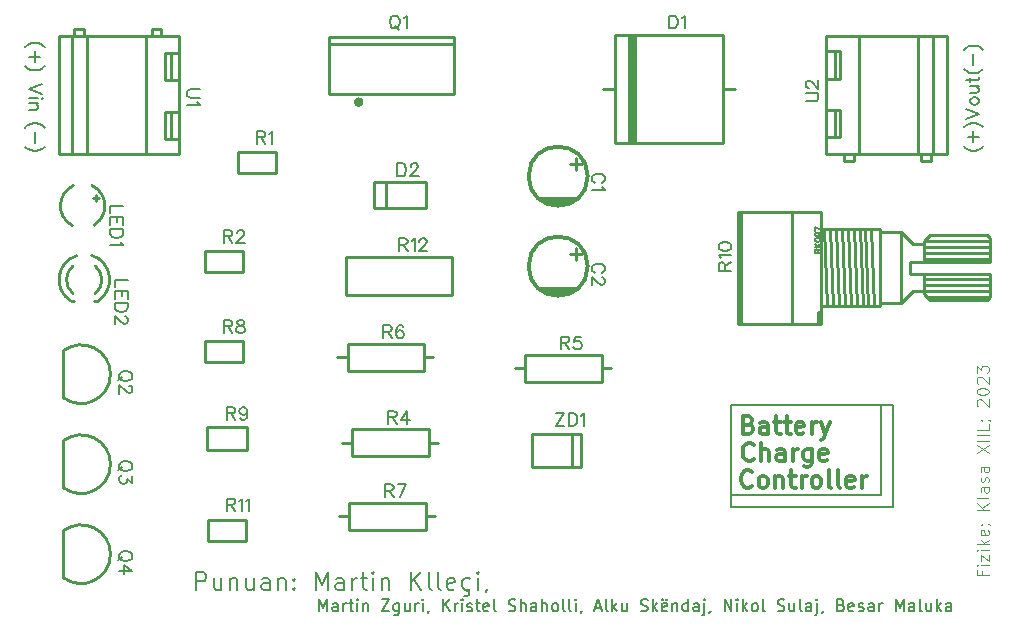
<source format=gto>
%TF.GenerationSoftware,KiCad,Pcbnew,(6.0.7)*%
%TF.CreationDate,2023-02-05T18:06:45+01:00*%
%TF.ProjectId,projekt_fizike_panel_diellor,70726f6a-656b-4745-9f66-697a696b655f,rev?*%
%TF.SameCoordinates,Original*%
%TF.FileFunction,Legend,Top*%
%TF.FilePolarity,Positive*%
%FSLAX46Y46*%
G04 Gerber Fmt 4.6, Leading zero omitted, Abs format (unit mm)*
G04 Created by KiCad (PCBNEW (6.0.7)) date 2023-02-05 18:06:45*
%MOMM*%
%LPD*%
G01*
G04 APERTURE LIST*
%ADD10C,0.200000*%
%ADD11C,0.300000*%
%ADD12C,0.125000*%
%ADD13C,0.152400*%
%ADD14C,0.254000*%
%ADD15C,0.000000*%
%ADD16C,0.400000*%
%ADD17C,0.228600*%
%ADD18C,0.150000*%
%ADD19C,1.001600*%
%ADD20C,1.200800*%
%ADD21C,0.812800*%
%ADD22C,0.850800*%
%ADD23C,1.901600*%
%ADD24C,0.650800*%
%ADD25C,0.900800*%
%ADD26C,1.550800*%
%ADD27C,0.700800*%
%ADD28C,0.990600*%
G04 APERTURE END LIST*
D10*
X142240000Y-98298000D02*
X155956000Y-98298000D01*
X155956000Y-98298000D02*
X155956000Y-106934000D01*
X155956000Y-106934000D02*
X142240000Y-106934000D01*
X142240000Y-106934000D02*
X142240000Y-98298000D01*
D11*
X143704857Y-99968857D02*
X143919142Y-100040285D01*
X143990571Y-100111714D01*
X144062000Y-100254571D01*
X144062000Y-100468857D01*
X143990571Y-100611714D01*
X143919142Y-100683142D01*
X143776285Y-100754571D01*
X143204857Y-100754571D01*
X143204857Y-99254571D01*
X143704857Y-99254571D01*
X143847714Y-99326000D01*
X143919142Y-99397428D01*
X143990571Y-99540285D01*
X143990571Y-99683142D01*
X143919142Y-99826000D01*
X143847714Y-99897428D01*
X143704857Y-99968857D01*
X143204857Y-99968857D01*
X145347714Y-100754571D02*
X145347714Y-99968857D01*
X145276285Y-99826000D01*
X145133428Y-99754571D01*
X144847714Y-99754571D01*
X144704857Y-99826000D01*
X145347714Y-100683142D02*
X145204857Y-100754571D01*
X144847714Y-100754571D01*
X144704857Y-100683142D01*
X144633428Y-100540285D01*
X144633428Y-100397428D01*
X144704857Y-100254571D01*
X144847714Y-100183142D01*
X145204857Y-100183142D01*
X145347714Y-100111714D01*
X145847714Y-99754571D02*
X146419142Y-99754571D01*
X146062000Y-99254571D02*
X146062000Y-100540285D01*
X146133428Y-100683142D01*
X146276285Y-100754571D01*
X146419142Y-100754571D01*
X146704857Y-99754571D02*
X147276285Y-99754571D01*
X146919142Y-99254571D02*
X146919142Y-100540285D01*
X146990571Y-100683142D01*
X147133428Y-100754571D01*
X147276285Y-100754571D01*
X148347714Y-100683142D02*
X148204857Y-100754571D01*
X147919142Y-100754571D01*
X147776285Y-100683142D01*
X147704857Y-100540285D01*
X147704857Y-99968857D01*
X147776285Y-99826000D01*
X147919142Y-99754571D01*
X148204857Y-99754571D01*
X148347714Y-99826000D01*
X148419142Y-99968857D01*
X148419142Y-100111714D01*
X147704857Y-100254571D01*
X149062000Y-100754571D02*
X149062000Y-99754571D01*
X149062000Y-100040285D02*
X149133428Y-99897428D01*
X149204857Y-99826000D01*
X149347714Y-99754571D01*
X149490571Y-99754571D01*
X149847714Y-99754571D02*
X150204857Y-100754571D01*
X150562000Y-99754571D02*
X150204857Y-100754571D01*
X150062000Y-101111714D01*
X149990571Y-101183142D01*
X149847714Y-101254571D01*
X144133428Y-102897714D02*
X144062000Y-102969142D01*
X143847714Y-103040571D01*
X143704857Y-103040571D01*
X143490571Y-102969142D01*
X143347714Y-102826285D01*
X143276285Y-102683428D01*
X143204857Y-102397714D01*
X143204857Y-102183428D01*
X143276285Y-101897714D01*
X143347714Y-101754857D01*
X143490571Y-101612000D01*
X143704857Y-101540571D01*
X143847714Y-101540571D01*
X144062000Y-101612000D01*
X144133428Y-101683428D01*
X144776285Y-103040571D02*
X144776285Y-101540571D01*
X145419142Y-103040571D02*
X145419142Y-102254857D01*
X145347714Y-102112000D01*
X145204857Y-102040571D01*
X144990571Y-102040571D01*
X144847714Y-102112000D01*
X144776285Y-102183428D01*
X146776285Y-103040571D02*
X146776285Y-102254857D01*
X146704857Y-102112000D01*
X146562000Y-102040571D01*
X146276285Y-102040571D01*
X146133428Y-102112000D01*
X146776285Y-102969142D02*
X146633428Y-103040571D01*
X146276285Y-103040571D01*
X146133428Y-102969142D01*
X146062000Y-102826285D01*
X146062000Y-102683428D01*
X146133428Y-102540571D01*
X146276285Y-102469142D01*
X146633428Y-102469142D01*
X146776285Y-102397714D01*
X147490571Y-103040571D02*
X147490571Y-102040571D01*
X147490571Y-102326285D02*
X147562000Y-102183428D01*
X147633428Y-102112000D01*
X147776285Y-102040571D01*
X147919142Y-102040571D01*
X149062000Y-102040571D02*
X149062000Y-103254857D01*
X148990571Y-103397714D01*
X148919142Y-103469142D01*
X148776285Y-103540571D01*
X148562000Y-103540571D01*
X148419142Y-103469142D01*
X149062000Y-102969142D02*
X148919142Y-103040571D01*
X148633428Y-103040571D01*
X148490571Y-102969142D01*
X148419142Y-102897714D01*
X148347714Y-102754857D01*
X148347714Y-102326285D01*
X148419142Y-102183428D01*
X148490571Y-102112000D01*
X148633428Y-102040571D01*
X148919142Y-102040571D01*
X149062000Y-102112000D01*
X150347714Y-102969142D02*
X150204857Y-103040571D01*
X149919142Y-103040571D01*
X149776285Y-102969142D01*
X149704857Y-102826285D01*
X149704857Y-102254857D01*
X149776285Y-102112000D01*
X149919142Y-102040571D01*
X150204857Y-102040571D01*
X150347714Y-102112000D01*
X150419142Y-102254857D01*
X150419142Y-102397714D01*
X149704857Y-102540571D01*
X143978857Y-105183714D02*
X143907428Y-105255142D01*
X143693142Y-105326571D01*
X143550285Y-105326571D01*
X143336000Y-105255142D01*
X143193142Y-105112285D01*
X143121714Y-104969428D01*
X143050285Y-104683714D01*
X143050285Y-104469428D01*
X143121714Y-104183714D01*
X143193142Y-104040857D01*
X143336000Y-103898000D01*
X143550285Y-103826571D01*
X143693142Y-103826571D01*
X143907428Y-103898000D01*
X143978857Y-103969428D01*
X144836000Y-105326571D02*
X144693142Y-105255142D01*
X144621714Y-105183714D01*
X144550285Y-105040857D01*
X144550285Y-104612285D01*
X144621714Y-104469428D01*
X144693142Y-104398000D01*
X144836000Y-104326571D01*
X145050285Y-104326571D01*
X145193142Y-104398000D01*
X145264571Y-104469428D01*
X145336000Y-104612285D01*
X145336000Y-105040857D01*
X145264571Y-105183714D01*
X145193142Y-105255142D01*
X145050285Y-105326571D01*
X144836000Y-105326571D01*
X145978857Y-104326571D02*
X145978857Y-105326571D01*
X145978857Y-104469428D02*
X146050285Y-104398000D01*
X146193142Y-104326571D01*
X146407428Y-104326571D01*
X146550285Y-104398000D01*
X146621714Y-104540857D01*
X146621714Y-105326571D01*
X147121714Y-104326571D02*
X147693142Y-104326571D01*
X147336000Y-103826571D02*
X147336000Y-105112285D01*
X147407428Y-105255142D01*
X147550285Y-105326571D01*
X147693142Y-105326571D01*
X148193142Y-105326571D02*
X148193142Y-104326571D01*
X148193142Y-104612285D02*
X148264571Y-104469428D01*
X148336000Y-104398000D01*
X148478857Y-104326571D01*
X148621714Y-104326571D01*
X149336000Y-105326571D02*
X149193142Y-105255142D01*
X149121714Y-105183714D01*
X149050285Y-105040857D01*
X149050285Y-104612285D01*
X149121714Y-104469428D01*
X149193142Y-104398000D01*
X149336000Y-104326571D01*
X149550285Y-104326571D01*
X149693142Y-104398000D01*
X149764571Y-104469428D01*
X149836000Y-104612285D01*
X149836000Y-105040857D01*
X149764571Y-105183714D01*
X149693142Y-105255142D01*
X149550285Y-105326571D01*
X149336000Y-105326571D01*
X150693142Y-105326571D02*
X150550285Y-105255142D01*
X150478857Y-105112285D01*
X150478857Y-103826571D01*
X151478857Y-105326571D02*
X151336000Y-105255142D01*
X151264571Y-105112285D01*
X151264571Y-103826571D01*
X152621714Y-105255142D02*
X152478857Y-105326571D01*
X152193142Y-105326571D01*
X152050285Y-105255142D01*
X151978857Y-105112285D01*
X151978857Y-104540857D01*
X152050285Y-104398000D01*
X152193142Y-104326571D01*
X152478857Y-104326571D01*
X152621714Y-104398000D01*
X152693142Y-104540857D01*
X152693142Y-104683714D01*
X151978857Y-104826571D01*
X153336000Y-105326571D02*
X153336000Y-104326571D01*
X153336000Y-104612285D02*
X153407428Y-104469428D01*
X153478857Y-104398000D01*
X153621714Y-104326571D01*
X153764571Y-104326571D01*
D10*
X154940000Y-105918000D02*
X142240000Y-105918000D01*
X142240000Y-105918000D02*
X142240000Y-98298000D01*
X142240000Y-98298000D02*
X154940000Y-98298000D01*
X154940000Y-98298000D02*
X154940000Y-105918000D01*
D12*
X163504571Y-112409809D02*
X163504571Y-112743142D01*
X164028380Y-112743142D02*
X163028380Y-112743142D01*
X163028380Y-112266952D01*
X164028380Y-111886000D02*
X163361714Y-111886000D01*
X163028380Y-111886000D02*
X163076000Y-111933619D01*
X163123619Y-111886000D01*
X163076000Y-111838380D01*
X163028380Y-111886000D01*
X163123619Y-111886000D01*
X163361714Y-111505047D02*
X163361714Y-110981238D01*
X164028380Y-111505047D01*
X164028380Y-110981238D01*
X164028380Y-110600285D02*
X163361714Y-110600285D01*
X163028380Y-110600285D02*
X163076000Y-110647904D01*
X163123619Y-110600285D01*
X163076000Y-110552666D01*
X163028380Y-110600285D01*
X163123619Y-110600285D01*
X164028380Y-110124095D02*
X163028380Y-110124095D01*
X163647428Y-110028857D02*
X164028380Y-109743142D01*
X163361714Y-109743142D02*
X163742666Y-110124095D01*
X163980761Y-108933619D02*
X164028380Y-109028857D01*
X164028380Y-109219333D01*
X163980761Y-109314571D01*
X163885523Y-109362190D01*
X163504571Y-109362190D01*
X163409333Y-109314571D01*
X163361714Y-109219333D01*
X163361714Y-109028857D01*
X163409333Y-108933619D01*
X163504571Y-108886000D01*
X163599809Y-108886000D01*
X163695047Y-109362190D01*
X163980761Y-108409809D02*
X164028380Y-108409809D01*
X164123619Y-108457428D01*
X164171238Y-108505047D01*
X163409333Y-108457428D02*
X163456952Y-108409809D01*
X163504571Y-108457428D01*
X163456952Y-108505047D01*
X163409333Y-108457428D01*
X163504571Y-108457428D01*
X164028380Y-107219333D02*
X163028380Y-107219333D01*
X164028380Y-106647904D02*
X163456952Y-107076476D01*
X163028380Y-106647904D02*
X163599809Y-107219333D01*
X164028380Y-106076476D02*
X163980761Y-106171714D01*
X163885523Y-106219333D01*
X163028380Y-106219333D01*
X164028380Y-105266952D02*
X163504571Y-105266952D01*
X163409333Y-105314571D01*
X163361714Y-105409809D01*
X163361714Y-105600285D01*
X163409333Y-105695523D01*
X163980761Y-105266952D02*
X164028380Y-105362190D01*
X164028380Y-105600285D01*
X163980761Y-105695523D01*
X163885523Y-105743142D01*
X163790285Y-105743142D01*
X163695047Y-105695523D01*
X163647428Y-105600285D01*
X163647428Y-105362190D01*
X163599809Y-105266952D01*
X163980761Y-104838380D02*
X164028380Y-104743142D01*
X164028380Y-104552666D01*
X163980761Y-104457428D01*
X163885523Y-104409809D01*
X163837904Y-104409809D01*
X163742666Y-104457428D01*
X163695047Y-104552666D01*
X163695047Y-104695523D01*
X163647428Y-104790761D01*
X163552190Y-104838380D01*
X163504571Y-104838380D01*
X163409333Y-104790761D01*
X163361714Y-104695523D01*
X163361714Y-104552666D01*
X163409333Y-104457428D01*
X164028380Y-103552666D02*
X163504571Y-103552666D01*
X163409333Y-103600285D01*
X163361714Y-103695523D01*
X163361714Y-103886000D01*
X163409333Y-103981238D01*
X163980761Y-103552666D02*
X164028380Y-103647904D01*
X164028380Y-103886000D01*
X163980761Y-103981238D01*
X163885523Y-104028857D01*
X163790285Y-104028857D01*
X163695047Y-103981238D01*
X163647428Y-103886000D01*
X163647428Y-103647904D01*
X163599809Y-103552666D01*
X163028380Y-102409809D02*
X164028380Y-101743142D01*
X163028380Y-101743142D02*
X164028380Y-102409809D01*
X164028380Y-101362190D02*
X163028380Y-101362190D01*
X164028380Y-100886000D02*
X163028380Y-100886000D01*
X164028380Y-99933619D02*
X164028380Y-100409809D01*
X163028380Y-100409809D01*
X163980761Y-99552666D02*
X164028380Y-99552666D01*
X164123619Y-99600285D01*
X164171238Y-99647904D01*
X163409333Y-99600285D02*
X163456952Y-99552666D01*
X163504571Y-99600285D01*
X163456952Y-99647904D01*
X163409333Y-99600285D01*
X163504571Y-99600285D01*
X163123619Y-98409809D02*
X163076000Y-98362190D01*
X163028380Y-98266952D01*
X163028380Y-98028857D01*
X163076000Y-97933619D01*
X163123619Y-97886000D01*
X163218857Y-97838380D01*
X163314095Y-97838380D01*
X163456952Y-97886000D01*
X164028380Y-98457428D01*
X164028380Y-97838380D01*
X163028380Y-97219333D02*
X163028380Y-97124095D01*
X163076000Y-97028857D01*
X163123619Y-96981238D01*
X163218857Y-96933619D01*
X163409333Y-96886000D01*
X163647428Y-96886000D01*
X163837904Y-96933619D01*
X163933142Y-96981238D01*
X163980761Y-97028857D01*
X164028380Y-97124095D01*
X164028380Y-97219333D01*
X163980761Y-97314571D01*
X163933142Y-97362190D01*
X163837904Y-97409809D01*
X163647428Y-97457428D01*
X163409333Y-97457428D01*
X163218857Y-97409809D01*
X163123619Y-97362190D01*
X163076000Y-97314571D01*
X163028380Y-97219333D01*
X163123619Y-96505047D02*
X163076000Y-96457428D01*
X163028380Y-96362190D01*
X163028380Y-96124095D01*
X163076000Y-96028857D01*
X163123619Y-95981238D01*
X163218857Y-95933619D01*
X163314095Y-95933619D01*
X163456952Y-95981238D01*
X164028380Y-96552666D01*
X164028380Y-95933619D01*
X163028380Y-95600285D02*
X163028380Y-94981238D01*
X163409333Y-95314571D01*
X163409333Y-95171714D01*
X163456952Y-95076476D01*
X163504571Y-95028857D01*
X163599809Y-94981238D01*
X163837904Y-94981238D01*
X163933142Y-95028857D01*
X163980761Y-95076476D01*
X164028380Y-95171714D01*
X164028380Y-95457428D01*
X163980761Y-95552666D01*
X163933142Y-95600285D01*
D13*
X83906360Y-72410330D02*
X83959710Y-72356990D01*
D14*
X109605170Y-85802420D02*
X118605150Y-85802420D01*
X100863230Y-92902230D02*
X100863230Y-94702200D01*
D13*
X90538310Y-104300020D02*
X90642440Y-104246680D01*
X90761830Y-82420950D02*
X89672160Y-82420950D01*
D14*
X93167210Y-66497080D02*
X93167210Y-67085090D01*
D13*
X115672340Y-78283820D02*
X115568200Y-78438760D01*
X141267180Y-86268570D02*
X141371320Y-86217760D01*
X116454660Y-84529680D02*
X116401320Y-84633820D01*
X141163050Y-86944200D02*
X141163050Y-86476840D01*
X90591650Y-103177340D02*
X90487500Y-103281490D01*
X128521590Y-92834470D02*
X128470790Y-92938600D01*
X91109810Y-96283780D02*
X91267280Y-96232990D01*
X114066630Y-65493980D02*
X113962490Y-65389840D01*
X90761830Y-84770450D02*
X89672160Y-84770450D01*
D14*
X118605150Y-89002420D02*
X109605170Y-89002420D01*
D13*
X90850730Y-110693200D02*
X90695780Y-110744000D01*
D14*
X158597610Y-88696810D02*
X164109410Y-88696810D01*
D13*
X91267280Y-103852990D02*
X91371420Y-103799650D01*
D15*
G36*
X129137670Y-80832960D02*
G01*
X129035050Y-80922880D01*
X128926850Y-81006700D01*
X128814070Y-81083920D01*
X128696730Y-81154020D01*
X128575310Y-81217010D01*
X128450350Y-81272380D01*
X128322330Y-81320640D01*
X128191770Y-81360780D01*
X128059190Y-81393290D01*
X127924570Y-81417670D01*
X127788930Y-81433930D01*
X127652790Y-81442060D01*
X127515630Y-81442060D01*
X127379480Y-81433930D01*
X127243850Y-81417670D01*
X127109230Y-81393290D01*
X126976640Y-81360780D01*
X126846080Y-81320640D01*
X126718070Y-81272380D01*
X126593100Y-81217010D01*
X126471690Y-81154020D01*
X126354340Y-81083920D01*
X126241560Y-81006700D01*
X126133360Y-80922880D01*
X126030740Y-80832960D01*
X125933210Y-80737460D01*
X129235210Y-80737460D01*
X129137670Y-80832960D01*
G37*
D13*
X129435990Y-92938600D02*
X129540130Y-93040200D01*
D14*
X131382270Y-71577200D02*
X132432300Y-71577200D01*
X85697070Y-97688400D02*
G75*
G03*
X85697070Y-93726000I1498400J1981200D01*
G01*
X151358610Y-89941410D02*
X151104610Y-83439000D01*
D13*
X131480570Y-87618830D02*
X131531360Y-87722970D01*
X102524570Y-75123050D02*
X102679500Y-75173840D01*
D14*
X134112280Y-76157210D02*
X134112280Y-67057150D01*
D13*
X149329140Y-83858100D02*
X149352000Y-83786990D01*
D14*
X88597080Y-89536660D02*
X88271560Y-89536660D01*
D13*
X91526360Y-111213910D02*
X91526360Y-111005630D01*
X130596640Y-87067650D02*
X130700790Y-87120990D01*
X101211390Y-98645990D02*
X101262180Y-98854260D01*
X99938840Y-83921600D02*
X99885500Y-83972410D01*
X115672340Y-77971400D02*
X115723140Y-78075540D01*
X82555080Y-74726810D02*
X82450940Y-74830940D01*
X114105160Y-84217260D02*
X114572520Y-84217260D01*
X90761830Y-83439490D02*
X90761830Y-83805250D01*
X141785340Y-85270340D02*
X142046960Y-85219550D01*
X131376430Y-78825350D02*
X131272290Y-78772010D01*
D14*
X157607000Y-84683600D02*
X158597610Y-84683600D01*
D13*
X114617810Y-65493980D02*
X114775290Y-65339040D01*
D14*
X141532360Y-76127110D02*
X132432300Y-76127110D01*
D13*
X113340190Y-66014680D02*
X113390990Y-66169620D01*
X100898960Y-98491050D02*
X100952300Y-98491050D01*
X83855570Y-69832230D02*
X83647280Y-69936360D01*
X130596640Y-78825350D02*
X130492500Y-78929490D01*
X131531360Y-80102970D02*
X130441710Y-80102970D01*
D14*
X152857210Y-89941410D02*
X152349210Y-89941410D01*
D13*
X162377120Y-76733410D02*
X162636210Y-76784200D01*
X101008180Y-91747340D02*
X101061520Y-91851490D01*
X115100840Y-78075540D02*
X115151640Y-77971400D01*
X101008180Y-83713330D02*
X101008180Y-83817470D01*
X141475460Y-86217760D02*
X141579610Y-86268570D01*
D14*
X158597610Y-86182200D02*
X158597610Y-84683600D01*
D13*
X101008180Y-83817470D02*
X100957390Y-83921600D01*
X90436710Y-104508310D02*
X90487500Y-104350830D01*
X127393710Y-98999050D02*
X128120140Y-98999050D01*
X162481270Y-72504310D02*
X162481270Y-72659250D01*
X82918310Y-76763890D02*
X82712570Y-76659750D01*
D14*
X157353000Y-86182200D02*
X158597610Y-86182200D01*
X94310210Y-70815080D02*
X95500200Y-70815080D01*
D13*
X162013910Y-69966840D02*
X162168840Y-70070990D01*
X101061520Y-92008970D02*
X101008180Y-92113100D01*
X83388210Y-76814680D02*
X83179920Y-76814680D01*
X102783640Y-75435470D02*
X102732840Y-75539600D01*
X82712570Y-76659750D02*
X82555080Y-76555600D01*
X131114800Y-78721210D02*
X130855730Y-78721210D01*
X149329140Y-84645500D02*
X149651730Y-84970630D01*
X149491710Y-83718410D02*
X149560290Y-83741260D01*
X96202500Y-71732020D02*
X96151710Y-71889500D01*
X100385890Y-91747340D02*
X100490020Y-91643200D01*
X114242450Y-99548700D02*
X115022230Y-99548700D01*
X100436680Y-92163910D02*
X100385890Y-92113100D01*
X90591650Y-96179650D02*
X90695780Y-96232990D01*
D14*
X88347253Y-88909111D02*
G75*
G03*
X88419110Y-86560250I-895053J1202911D01*
G01*
D13*
X91526360Y-103593910D02*
X91526360Y-103385630D01*
X162897820Y-72918330D02*
X163052770Y-72867520D01*
D14*
X164109410Y-87680810D02*
X164109410Y-87198200D01*
D13*
X114119970Y-66169620D02*
X114170770Y-66014680D01*
X148788120Y-71470650D02*
X148737320Y-71470650D01*
X89827100Y-84064330D02*
X89722970Y-83960190D01*
X149720300Y-83741260D02*
X149791430Y-83786990D01*
X90055710Y-88671410D02*
X90055710Y-89347050D01*
X90487500Y-103281490D02*
X90436710Y-103385630D01*
X162118050Y-74091810D02*
X163207710Y-73677780D01*
D14*
X87706210Y-67085090D02*
X87706210Y-77085070D01*
X86516148Y-86532960D02*
G75*
G03*
X86486120Y-88854840I936052J-1173240D01*
G01*
D13*
X127795150Y-92522050D02*
X127795150Y-93611700D01*
X162013910Y-68138050D02*
X162168840Y-68033910D01*
X102679500Y-75590410D02*
X102524570Y-75641200D01*
X130596640Y-79447650D02*
X130700790Y-79500990D01*
D14*
X100457180Y-76900230D02*
X103657230Y-76900210D01*
D13*
X90436710Y-104663250D02*
X90436710Y-104508310D01*
X149606000Y-83786990D02*
X149628860Y-83858100D01*
X149514570Y-85145890D02*
X149537430Y-85168750D01*
D14*
X151460210Y-73355330D02*
X150270210Y-73355330D01*
X124790080Y-96342200D02*
X124790080Y-94056200D01*
X151866610Y-89941410D02*
X151612610Y-83439000D01*
X156616410Y-89687410D02*
X157607000Y-88696810D01*
D13*
X91371420Y-103177340D02*
X91267280Y-103124000D01*
X99885500Y-83972410D02*
X99730570Y-84023200D01*
X115174500Y-84425540D02*
X115278640Y-84372200D01*
X163156910Y-72763390D02*
X163207710Y-72659250D01*
X149537430Y-85168750D02*
X149560290Y-85237330D01*
X113962490Y-65389840D02*
X113860890Y-65339040D01*
X91094570Y-90916760D02*
X91145360Y-91020910D01*
X100436680Y-91175840D02*
X100385890Y-91279990D01*
X131427230Y-88086190D02*
X131323090Y-88139530D01*
X129126110Y-92885260D02*
X129281050Y-92885260D01*
X130700790Y-78772010D02*
X130596640Y-78825350D01*
X83284070Y-75173840D02*
X83284070Y-76108570D01*
X90573860Y-91279990D02*
X90055710Y-90761830D01*
X113962490Y-66377900D02*
X114066630Y-66273760D01*
X162844480Y-70228470D02*
X163106110Y-70175130D01*
X149791430Y-83972410D02*
X149745710Y-83995260D01*
D14*
X154863800Y-83439000D02*
X154101800Y-83439000D01*
D13*
X130855730Y-78721210D02*
X130700790Y-78772010D01*
D14*
X163855410Y-83947000D02*
X159105610Y-83947000D01*
D13*
X114170770Y-66014680D02*
X114170770Y-65755600D01*
X91109810Y-111523780D02*
X91267280Y-111472990D01*
X142201910Y-84698840D02*
X142046960Y-84594700D01*
X131531360Y-79241910D02*
X131531360Y-79033630D01*
X90728810Y-90418920D02*
X90469730Y-90418920D01*
D14*
X156616410Y-83693000D02*
X157607000Y-84683600D01*
X116264030Y-93117420D02*
X116264030Y-95403420D01*
X158597610Y-88696810D02*
X158597610Y-87198200D01*
D13*
X163156910Y-71848990D02*
X163207710Y-71744840D01*
X90850730Y-104975660D02*
X90746580Y-104975660D01*
X163052770Y-72296020D02*
X162897820Y-72242680D01*
D14*
X149860000Y-81940410D02*
X147345410Y-81940410D01*
D13*
X115436120Y-84217260D02*
X115436120Y-85306920D01*
X162636210Y-70228470D02*
X162844480Y-70228470D01*
X100243640Y-106550470D02*
X100192840Y-106654600D01*
X90345260Y-84168470D02*
X90086180Y-84168470D01*
D14*
X131267080Y-94056200D02*
X131267080Y-96342200D01*
D13*
X149606000Y-83949550D02*
X149560290Y-83995260D01*
X138313160Y-65344050D02*
X138313160Y-66433700D01*
D14*
X151104610Y-83439000D02*
X150596610Y-83439000D01*
X110168030Y-102642420D02*
X110168030Y-100356420D01*
D13*
X162481270Y-70985390D02*
X162481270Y-70622160D01*
D11*
X130084330Y-86563200D02*
G75*
G03*
X130084330Y-86563200I-2500120J0D01*
G01*
D13*
X83906360Y-71132700D02*
X82816710Y-71546730D01*
X83489810Y-73271390D02*
X83334860Y-73324730D01*
X90487500Y-96075500D02*
X90591650Y-96179650D01*
X112919110Y-105045260D02*
X113386470Y-105045260D01*
X90850730Y-96283780D02*
X91109810Y-96283780D01*
X162118050Y-73261230D02*
X163207710Y-73677780D01*
D14*
X163855410Y-89433410D02*
X164109410Y-89179410D01*
D13*
X114341380Y-78956920D02*
X113978160Y-78956920D01*
X102420430Y-75641200D02*
X102783640Y-76212700D01*
D14*
X93989480Y-67085090D02*
X93989480Y-66497080D01*
D13*
X114227210Y-92672920D02*
X114382150Y-92622120D01*
X100639890Y-98645990D02*
X100744020Y-98541840D01*
D14*
X150368000Y-89941410D02*
X149860000Y-89941410D01*
D13*
X99626430Y-84023200D02*
X99989640Y-84594700D01*
X91475570Y-95661490D02*
X91371420Y-95557340D01*
D14*
X129084070Y-77427080D02*
X129084070Y-78443080D01*
D13*
X99263210Y-91125050D02*
X99730570Y-91125050D01*
X128521590Y-92730330D02*
X128521590Y-92834470D01*
X149537430Y-84853780D02*
X149814290Y-84645500D01*
X100594160Y-83505050D02*
X100799910Y-83505050D01*
X131272290Y-78772010D02*
X131114800Y-78721210D01*
X129192020Y-99415600D02*
X129192020Y-99674680D01*
D14*
X112032170Y-79444420D02*
X116432160Y-79444420D01*
X116645110Y-101499420D02*
X117407110Y-101499420D01*
D13*
X148633180Y-71419850D02*
X148579840Y-71366510D01*
X83751420Y-68813680D02*
X82816710Y-68813680D01*
X91371420Y-95557340D02*
X91267280Y-95504000D01*
X82555080Y-67899280D02*
X82450940Y-68003420D01*
X114486290Y-92154760D02*
X114382150Y-92050620D01*
X91094570Y-91333330D02*
X91041230Y-91384130D01*
D14*
X109914030Y-108865420D02*
X109914030Y-106579420D01*
D13*
X90553550Y-84511370D02*
X90606890Y-84615510D01*
D14*
X152095210Y-83439000D02*
X151612610Y-83439000D01*
D13*
X162636210Y-67878970D02*
X162844480Y-67878970D01*
D14*
X101217200Y-100218190D02*
X101217200Y-102118220D01*
D13*
X115278640Y-84372200D02*
X115436120Y-84217260D01*
X149329140Y-83880970D02*
X149329140Y-83858100D01*
X91422230Y-97251520D02*
X91318080Y-97302330D01*
X100799910Y-83505050D02*
X100904050Y-83555840D01*
X163001960Y-71899780D02*
X163156910Y-71848990D01*
X115723140Y-78179680D02*
X115672340Y-78283820D01*
X131114800Y-88086190D02*
X130959860Y-87982050D01*
X162844480Y-67878970D02*
X163106110Y-67932310D01*
X114173870Y-91583260D02*
X114018930Y-91634060D01*
D14*
X86448570Y-67085090D02*
X86448570Y-77085070D01*
D13*
X127393710Y-100088700D02*
X128120140Y-100088700D01*
X99880430Y-99009200D02*
X100243640Y-99580700D01*
X128968630Y-92522050D02*
X128917830Y-92989410D01*
D14*
X129584200Y-77943210D02*
X128568200Y-77943210D01*
D13*
X130492500Y-86549490D02*
X130441710Y-86653630D01*
D14*
X85300190Y-67085090D02*
X85300190Y-77085070D01*
X149606000Y-90449410D02*
X149860000Y-90449410D01*
D13*
X116401320Y-84321400D02*
X116454660Y-84425540D01*
X114763150Y-98822260D02*
X114763150Y-99911920D01*
X99984570Y-106238050D02*
X100139500Y-106288840D01*
X114105160Y-84217260D02*
X114105160Y-85306920D01*
X113645550Y-105253540D02*
X113645550Y-105357680D01*
D14*
X87445960Y-66497080D02*
X86623680Y-66497080D01*
D13*
X90761830Y-83439490D02*
X89672160Y-83439490D01*
X114227210Y-91999820D02*
X114173870Y-91999820D01*
X129087890Y-99933760D02*
X128983750Y-100037910D01*
X91371420Y-110797340D02*
X91267280Y-110744000D01*
X91267280Y-95504000D02*
X91109810Y-95453200D01*
X149628860Y-83880970D02*
X149606000Y-83949550D01*
X90761830Y-82420950D02*
X90761830Y-83096590D01*
X141579610Y-86268570D02*
X141630410Y-86321910D01*
X90746580Y-104975660D02*
X90591650Y-104922330D01*
X90487500Y-104818180D02*
X90436710Y-104663250D01*
D14*
X88471200Y-80529210D02*
X88471200Y-81037210D01*
D13*
X162636210Y-72867520D02*
X162793680Y-72918330D01*
D14*
X154355800Y-89941410D02*
X154101800Y-83439000D01*
D13*
X100744020Y-98541840D02*
X100898960Y-98491050D01*
X90487500Y-95661490D02*
X90436710Y-95765630D01*
X163106110Y-76733410D02*
X163311840Y-76629260D01*
D15*
G36*
X129137670Y-88452960D02*
G01*
X129035050Y-88542880D01*
X128926850Y-88626700D01*
X128814070Y-88703920D01*
X128696730Y-88774020D01*
X128575310Y-88837010D01*
X128450350Y-88892380D01*
X128322330Y-88940640D01*
X128191770Y-88980780D01*
X128059190Y-89013290D01*
X127924570Y-89037670D01*
X127788930Y-89053930D01*
X127652790Y-89062060D01*
X127515630Y-89062060D01*
X127379480Y-89053930D01*
X127243850Y-89037670D01*
X127109230Y-89013290D01*
X126976640Y-88980780D01*
X126846080Y-88940640D01*
X126718070Y-88892380D01*
X126593100Y-88837010D01*
X126471690Y-88774020D01*
X126354340Y-88703920D01*
X126241560Y-88626700D01*
X126133360Y-88542880D01*
X126030740Y-88452960D01*
X125933210Y-88357460D01*
X129235210Y-88357460D01*
X129137670Y-88452960D01*
G37*
D13*
X101262180Y-98854260D02*
X101211390Y-99009200D01*
X96461590Y-72303520D02*
X97241360Y-72303520D01*
X131376430Y-86445350D02*
X131272290Y-86392010D01*
D14*
X158851610Y-89179410D02*
X164109410Y-89179410D01*
D13*
X128463050Y-98999050D02*
X128463050Y-100088700D01*
X83855570Y-76659750D02*
X83647280Y-76763890D01*
D14*
X157607000Y-88696810D02*
X158597610Y-88696810D01*
D13*
X102057210Y-75123050D02*
X102057210Y-76212700D01*
D14*
X142849610Y-81940410D02*
X142849610Y-89179410D01*
D13*
X101008180Y-91279990D02*
X100957390Y-91175840D01*
X91109810Y-103073200D02*
X90850730Y-103073200D01*
X91145360Y-90055700D02*
X91094570Y-90210650D01*
X90086180Y-84168470D02*
X89931250Y-84115130D01*
D14*
X129557020Y-100784160D02*
X129557020Y-103584250D01*
X164109410Y-88696810D02*
X164109410Y-88188810D01*
D13*
X149352000Y-84239100D02*
X149329140Y-84310230D01*
D14*
X151780930Y-77673330D02*
X152603210Y-77673330D01*
X150992440Y-70686550D02*
X150992440Y-68376930D01*
X156616410Y-89687410D02*
X156616410Y-83693000D01*
D13*
X91526360Y-104350830D02*
X91526360Y-104922330D01*
X142046960Y-85219550D02*
X142201910Y-85115410D01*
X114468380Y-84735420D02*
X114831600Y-85306920D01*
X99517210Y-106238050D02*
X99984570Y-106238050D01*
X82918310Y-69936360D02*
X82712570Y-69832230D01*
X149491710Y-84018130D02*
X149466300Y-84018130D01*
X141371320Y-85219550D02*
X141630410Y-85270340D01*
D14*
X141532110Y-76127360D02*
X141532110Y-67027300D01*
D13*
X149791430Y-84424520D02*
X149814290Y-84355940D01*
X91318080Y-97302330D02*
X91213940Y-97302330D01*
X149618710Y-72280910D02*
X149618710Y-72176770D01*
D14*
X124663150Y-95199200D02*
X123901150Y-95199200D01*
D13*
X90606890Y-84064330D02*
X90502750Y-84115130D01*
X149567910Y-72438390D02*
X149618710Y-72280910D01*
X149308820Y-72593330D02*
X149463770Y-72542530D01*
X149329140Y-84310230D02*
X149329140Y-84355940D01*
D14*
X154863800Y-83693000D02*
X154863800Y-83439000D01*
D13*
X162844480Y-76784200D02*
X163106110Y-76733410D01*
X114727460Y-84268060D02*
X114780800Y-84321400D01*
X90055710Y-90055700D02*
X90055710Y-89689940D01*
D14*
X164109410Y-87198200D02*
X158597610Y-87198200D01*
D13*
X101211390Y-99009200D02*
X101107250Y-99113340D01*
D14*
X141562080Y-71577200D02*
X142582140Y-71577200D01*
D13*
X114600460Y-78022200D02*
X114653800Y-78126340D01*
X101061520Y-91851490D02*
X101061520Y-92008970D01*
X91422230Y-96730830D02*
X91475570Y-96784160D01*
D14*
X94310210Y-68505480D02*
X94310210Y-70815080D01*
D13*
X83388210Y-74467730D02*
X83179920Y-74467730D01*
D14*
X86525207Y-79753203D02*
G75*
G03*
X86372610Y-83072630I799993J-1699997D01*
G01*
D13*
X100139500Y-106288840D02*
X100192840Y-106342180D01*
X129138680Y-99829630D02*
X129087890Y-99933760D01*
X101262180Y-99113340D02*
X101211390Y-99374970D01*
D14*
X158851610Y-89179410D02*
X159105610Y-89433410D01*
D13*
X129126110Y-93611700D02*
X128968630Y-93560910D01*
D14*
X164109410Y-84429600D02*
X164109410Y-84201000D01*
D13*
X101008180Y-92113100D02*
X100957390Y-92163910D01*
X113914790Y-92154760D02*
X113861450Y-92309700D01*
X129281050Y-92885260D02*
X129435990Y-92938600D01*
D14*
X150850610Y-89941410D02*
X150596610Y-83439000D01*
D13*
X113444330Y-66273760D02*
X113548470Y-66377900D01*
X90642440Y-103540570D02*
X90332570Y-103852990D01*
X163156910Y-71485760D02*
X163001960Y-71328280D01*
X116454660Y-84425540D02*
X116454660Y-84529680D01*
D14*
X116391030Y-108865420D02*
X109914030Y-108865420D01*
D13*
X161909770Y-76420990D02*
X162013910Y-76525130D01*
D14*
X118767150Y-67748230D02*
X108167230Y-67748230D01*
X143103610Y-91440000D02*
X143103610Y-89179410D01*
D13*
X149791430Y-84239100D02*
X149720300Y-84193390D01*
D14*
X93989480Y-66497080D02*
X93167210Y-66497080D01*
X152603210Y-83439000D02*
X152095210Y-83439000D01*
X164109410Y-89179410D02*
X164109410Y-88696810D01*
D13*
X131480570Y-86549490D02*
X131376430Y-86445350D01*
X130441710Y-86653630D02*
X130441710Y-86861910D01*
X114018930Y-92050620D02*
X113914790Y-92154760D01*
X114173870Y-92672920D02*
X114227210Y-92672920D01*
X128463050Y-98999050D02*
X128828800Y-98999050D01*
X162481270Y-71899780D02*
X163001960Y-71899780D01*
D14*
X100863230Y-94702180D02*
X97663180Y-94702200D01*
X164109410Y-85445600D02*
X164109410Y-84937600D01*
D13*
X91475570Y-96075500D02*
X91526360Y-95973910D01*
D14*
X86817209Y-85674197D02*
G75*
G03*
X86324040Y-89511610I634991J-2032003D01*
G01*
D13*
X100957390Y-83921600D02*
X100853250Y-84076550D01*
X99885500Y-83555840D02*
X99938840Y-83609180D01*
X99263210Y-91125050D02*
X99263210Y-92214700D01*
X137657840Y-66174630D02*
X137604500Y-66278760D01*
X137657840Y-65603130D02*
X137708640Y-65760600D01*
D14*
X97917180Y-109815180D02*
X97917180Y-108015210D01*
X100863230Y-85282230D02*
X100863230Y-87082200D01*
D13*
X100586550Y-98854260D02*
X100586550Y-98803470D01*
X113340190Y-65755600D02*
X113340190Y-66014680D01*
X91526360Y-95973910D02*
X91526360Y-95765630D01*
X99730570Y-91125050D02*
X99885500Y-91175840D01*
X113978160Y-77867260D02*
X114341380Y-77867260D01*
X149537430Y-84170520D02*
X149420590Y-84193390D01*
X141630410Y-86321910D02*
X141681210Y-86476840D01*
X148529050Y-71262370D02*
X148529050Y-71056630D01*
X91041230Y-91384130D02*
X90937080Y-91437470D01*
D14*
X143103610Y-89179410D02*
X142849610Y-89179410D01*
D13*
X114382150Y-92050620D02*
X114227210Y-91999820D01*
X90695780Y-103852990D02*
X90850730Y-103903780D01*
X84114650Y-68003420D02*
X84010500Y-67899280D01*
X114278010Y-91583260D02*
X114173870Y-91583260D01*
X161909770Y-74800470D02*
X162013910Y-74696330D01*
X100957390Y-83609180D02*
X101008180Y-83713330D01*
X113861450Y-92050620D02*
X113861450Y-92309700D01*
X137604500Y-65498990D02*
X137657840Y-65603130D01*
X82555080Y-76555600D02*
X82450940Y-76451470D01*
X82712570Y-74622660D02*
X82555080Y-74726810D01*
X83179920Y-67640200D02*
X82918310Y-67691000D01*
D14*
X97917180Y-108015230D02*
X101117230Y-108015210D01*
D13*
X141630410Y-85270340D02*
X141785340Y-85270340D01*
D14*
X158597610Y-86182200D02*
X164109410Y-86182200D01*
D13*
X90591650Y-95557340D02*
X90487500Y-95661490D01*
X163469320Y-76525130D02*
X163573460Y-76420990D01*
X163052770Y-72867520D02*
X163156910Y-72763390D01*
X91145360Y-89689940D02*
X90055710Y-89689940D01*
X90761830Y-81455750D02*
X89672160Y-81455750D01*
X141213840Y-85115410D02*
X141371320Y-85219550D01*
D14*
X100863230Y-87082180D02*
X97663180Y-87082200D01*
X151780930Y-77085320D02*
X151780930Y-77673330D01*
D13*
X113414410Y-91634060D02*
X113467750Y-91687400D01*
X114704600Y-78283820D02*
X114704600Y-78542900D01*
X115829820Y-84476340D02*
X115829820Y-84425540D01*
X90469730Y-90418920D02*
X90314780Y-90365580D01*
X131272290Y-87514690D02*
X131323090Y-87514690D01*
X83543150Y-72356990D02*
X82816710Y-72356990D01*
X115883160Y-84321400D02*
X115933960Y-84268060D01*
X115151640Y-77971400D02*
X115204980Y-77918060D01*
D14*
X142849610Y-89179410D02*
X142849610Y-91440000D01*
D13*
X163469320Y-74696330D02*
X163573460Y-74800470D01*
X113390990Y-65598120D02*
X113340190Y-65755600D01*
D14*
X94777970Y-73483860D02*
X94777970Y-75793480D01*
X108166210Y-67149120D02*
X118768170Y-67149120D01*
X157353000Y-87198200D02*
X157353000Y-86182200D01*
X109914030Y-106579420D02*
X116391030Y-106579420D01*
D13*
X113988450Y-105045260D02*
X114717430Y-105045260D01*
X162168840Y-76629260D02*
X162377120Y-76733410D01*
X131323090Y-87514690D02*
X131427230Y-87568030D01*
X90591650Y-110797340D02*
X90487500Y-110901490D01*
X101008180Y-91384130D02*
X101008180Y-91279990D01*
X91475570Y-96784160D02*
X91526360Y-96888310D01*
X100690680Y-106392990D02*
X100848160Y-106238050D01*
X116297180Y-84788760D02*
X115779020Y-85306920D01*
D14*
X87445960Y-67085090D02*
X87445960Y-66497080D01*
D13*
X100332550Y-92008970D02*
X100332550Y-91851490D01*
X99517210Y-98491050D02*
X99984570Y-98491050D01*
D14*
X95500200Y-68505480D02*
X94310210Y-68505480D01*
D13*
X114775290Y-65339040D02*
X114775290Y-66428700D01*
X90210650Y-90314780D02*
X90106500Y-90210650D01*
D14*
X159105610Y-83947000D02*
X158597610Y-84429600D01*
D13*
X114382150Y-92622120D02*
X114486290Y-92517980D01*
X100436680Y-83609180D02*
X100490020Y-83555840D01*
X114018930Y-91634060D02*
X113914790Y-91791540D01*
X162844480Y-74434700D02*
X163106110Y-74488050D01*
X100436680Y-91488260D02*
X100540820Y-91541600D01*
X163156910Y-72400160D02*
X163052770Y-72296020D01*
X83647280Y-76763890D02*
X83388210Y-76814680D01*
X141317980Y-85770730D02*
X141163050Y-85613250D01*
X83543150Y-73012310D02*
X83543150Y-73167250D01*
X99989640Y-83713330D02*
X99989640Y-83817470D01*
X131218950Y-88139530D02*
X131114800Y-88086190D01*
X115100840Y-78126340D02*
X115100840Y-78075540D01*
X163311840Y-74592180D02*
X163469320Y-74696330D01*
X91526360Y-112387390D02*
X90799920Y-111866680D01*
X142252710Y-84856330D02*
X142201910Y-84698840D01*
X149791430Y-83786990D02*
X149814290Y-83858100D01*
X100594160Y-91125050D02*
X100436680Y-91175840D01*
D14*
X164109410Y-86182200D02*
X164109410Y-85928200D01*
D13*
X162118050Y-70830440D02*
X163001960Y-70830440D01*
X90502750Y-84115130D02*
X90345260Y-84168470D01*
X149352000Y-84424520D02*
X149420590Y-84470250D01*
D14*
X94777950Y-68505480D02*
X94777950Y-70815080D01*
D13*
X89672160Y-82420950D02*
X89672160Y-83096590D01*
X113467750Y-91999820D02*
X113414410Y-92050620D01*
X91109810Y-103903780D02*
X91267280Y-103852990D01*
D14*
X150114000Y-83439000D02*
X149860000Y-83439000D01*
D13*
X149329140Y-83243420D02*
X149814290Y-83474570D01*
X83388210Y-69989700D02*
X83179920Y-69989700D01*
X100749110Y-91592410D02*
X100904050Y-91643200D01*
D14*
X149860000Y-90449410D02*
X149860000Y-89941410D01*
D13*
X102057210Y-75123050D02*
X102524570Y-75123050D01*
D14*
X101117230Y-109815180D02*
X97917180Y-109815200D01*
X152603210Y-77673330D02*
X152603210Y-77085320D01*
D13*
X101211390Y-99374970D02*
X101107250Y-99529910D01*
X84010500Y-69728080D02*
X83855570Y-69832230D01*
D14*
X88325200Y-83053200D02*
X88271840Y-83053200D01*
D13*
X162793680Y-72918330D02*
X162897820Y-72918330D01*
X149606000Y-83718410D02*
X149720300Y-83741260D01*
D16*
X110697220Y-72473190D02*
G75*
G03*
X110699760Y-72473190I1270J-199990D01*
G01*
D13*
X90436710Y-95973910D02*
X90487500Y-96075500D01*
X162168840Y-70070990D02*
X162377120Y-70175130D01*
X129435990Y-93560910D02*
X129281050Y-93611700D01*
X99984570Y-98491050D02*
X100139500Y-98541840D01*
X90436710Y-103385630D02*
X90436710Y-103593910D01*
X131480570Y-88035390D02*
X131427230Y-88086190D01*
X115514860Y-77867260D02*
X115619000Y-77918060D01*
X128262510Y-92522050D02*
X128417450Y-92572840D01*
X102783640Y-75331330D02*
X102783640Y-75435470D01*
X103126550Y-75331330D02*
X103230680Y-75277990D01*
X114486290Y-92517980D02*
X114537090Y-92363040D01*
X83906360Y-71963280D02*
X82816710Y-71546730D01*
X100490020Y-91643200D02*
X100644960Y-91592410D01*
X161909770Y-68242180D02*
X162013910Y-68138050D01*
X100952300Y-99166680D02*
X100898960Y-99166680D01*
D14*
X149860000Y-83439000D02*
X149860000Y-81940410D01*
D13*
X100385890Y-83713330D02*
X100436680Y-83609180D01*
D14*
X150596610Y-83439000D02*
X150114000Y-83439000D01*
D13*
X83647280Y-67691000D02*
X83388210Y-67640200D01*
X82712570Y-67795150D02*
X82555080Y-67899280D01*
X100639890Y-99009200D02*
X100586550Y-98854260D01*
D14*
X160470220Y-77085320D02*
X160470220Y-67085340D01*
D13*
X99938840Y-91541600D02*
X99885500Y-91592410D01*
X131272290Y-86392010D02*
X131114800Y-86341210D01*
X113807550Y-66222960D02*
X114119970Y-66532840D01*
D14*
X149860000Y-91440000D02*
X149860000Y-90449410D01*
D13*
X116350520Y-84268060D02*
X116401320Y-84321400D01*
X141681210Y-86580990D02*
X142252710Y-86217760D01*
X91526360Y-112387390D02*
X90436710Y-112387390D01*
X114498860Y-77918060D02*
X114600460Y-78022200D01*
X91008210Y-104922330D02*
X90850730Y-104975660D01*
X149606000Y-84493100D02*
X149720300Y-84470250D01*
X113594750Y-105149400D02*
X113645550Y-105253540D01*
X96306640Y-71627880D02*
X96202500Y-71732020D01*
X84114650Y-74830940D02*
X84010500Y-74726810D01*
X89672160Y-81455750D02*
X89672160Y-82078050D01*
X113386470Y-105045260D02*
X113541410Y-105096060D01*
X114780800Y-84633820D02*
X114727460Y-84684620D01*
X100586550Y-98803470D02*
X100639890Y-98645990D01*
X131531360Y-87722970D02*
X131531360Y-87931250D01*
X149463770Y-72542530D02*
X149567910Y-72438390D01*
X100848160Y-106238050D02*
X100848160Y-107327700D01*
X128828800Y-98999050D02*
X128983750Y-99049840D01*
X90627210Y-88671410D02*
X90627210Y-89087970D01*
D14*
X153365210Y-89941410D02*
X153111210Y-83439000D01*
D13*
X131376430Y-79948030D02*
X131531360Y-80102970D01*
X99885500Y-91175840D02*
X99938840Y-91229180D01*
X149374860Y-85145890D02*
X149420590Y-85123020D01*
X162897820Y-72242680D02*
X162793680Y-72242680D01*
X101107250Y-99529910D02*
X100952300Y-99580700D01*
D14*
X85697070Y-105308400D02*
G75*
G03*
X85697070Y-101346000I1498400J1981200D01*
G01*
D13*
X149720300Y-84193390D02*
X149606000Y-84170520D01*
X130855730Y-86341210D02*
X130700790Y-86392010D01*
X114780800Y-84321400D02*
X114831600Y-84425540D01*
X162013910Y-74696330D02*
X162168840Y-74592180D01*
D14*
X151866610Y-89941410D02*
X151358610Y-89941410D01*
X95500200Y-77085070D02*
X85300190Y-77085070D01*
X150992460Y-75664930D02*
X150992460Y-73355330D01*
D13*
X83179920Y-69989700D02*
X82918310Y-69936360D01*
X149397730Y-83995260D02*
X149352000Y-83949550D01*
D14*
X158597610Y-85445600D02*
X164109410Y-85445600D01*
D13*
X90850730Y-103903780D02*
X91109810Y-103903780D01*
X100586550Y-106446330D02*
X100690680Y-106392990D01*
X130492500Y-79343510D02*
X130596640Y-79447650D01*
X83489810Y-72908160D02*
X83543150Y-73012310D01*
X148529050Y-72593330D02*
X149308820Y-72593330D01*
D14*
X154863800Y-89941410D02*
X154863800Y-89687410D01*
D13*
X101450140Y-106238050D02*
X101450140Y-107327700D01*
X91371420Y-96179650D02*
X91475570Y-96075500D01*
X148737320Y-70848350D02*
X148841460Y-70848350D01*
D14*
X116645030Y-102642420D02*
X110168030Y-102642420D01*
X109787030Y-93117420D02*
X116264030Y-93117420D01*
X124790080Y-94056200D02*
X131267080Y-94056200D01*
X112032170Y-79444420D02*
X112032170Y-81644420D01*
X152349210Y-89941410D02*
X151866610Y-89941410D01*
X129084070Y-85047080D02*
X129084070Y-86063080D01*
D13*
X83855570Y-72356990D02*
X83906360Y-72410330D01*
D14*
X92713890Y-67085090D02*
X92713890Y-77085070D01*
X101117230Y-108015230D02*
X101117230Y-109815200D01*
D13*
X130959860Y-87982050D02*
X130441710Y-87463890D01*
X90591650Y-103799650D02*
X90695780Y-103852990D01*
X99730570Y-83505050D02*
X99885500Y-83555840D01*
X113645550Y-105357680D02*
X113594750Y-105461820D01*
X100799910Y-91125050D02*
X100594160Y-91125050D01*
X113518550Y-91895680D02*
X113467750Y-91999820D01*
X100332550Y-84594700D02*
X101061520Y-84594700D01*
X149329140Y-85237330D02*
X149352000Y-85168750D01*
X91526360Y-96888310D02*
X91526360Y-97094050D01*
X163207710Y-70675500D02*
X163207710Y-70571360D01*
X113467750Y-91687400D02*
X113518550Y-91791540D01*
X148529050Y-71056630D02*
X148579840Y-70952490D01*
X100898960Y-99166680D02*
X100744020Y-99113340D01*
D14*
X147345410Y-91440000D02*
X147345410Y-81940410D01*
D13*
X100385890Y-91384130D02*
X100436680Y-91488260D01*
X131272290Y-87120990D02*
X131376430Y-87067650D01*
D14*
X151460210Y-75664930D02*
X151460210Y-73355330D01*
D13*
X113861450Y-92309700D02*
X113914790Y-92517980D01*
X91267280Y-111472990D02*
X91371420Y-111419650D01*
X90055710Y-90761830D02*
X90055710Y-91488260D01*
X91475570Y-103695500D02*
X91526360Y-103593910D01*
X91526360Y-95765630D02*
X91475570Y-95661490D01*
D14*
X158064210Y-77085320D02*
X158064210Y-67085340D01*
D13*
X138155680Y-65498990D02*
X138313160Y-65344050D01*
X149329140Y-83566000D02*
X149329140Y-83243420D01*
X163207710Y-72504310D02*
X163156910Y-72400160D01*
D14*
X103657230Y-78700180D02*
X100457180Y-78700200D01*
D13*
X149618710Y-72176770D02*
X149567910Y-72021830D01*
X99885500Y-91592410D02*
X99730570Y-91643200D01*
X84114650Y-69623940D02*
X84010500Y-69728080D01*
X83543150Y-73167250D02*
X83489810Y-73271390D01*
X114717430Y-105045260D02*
X114196730Y-106134920D01*
X141213840Y-86321910D02*
X141267180Y-86268570D01*
X128983750Y-99049840D02*
X129087890Y-99153990D01*
X100139500Y-98958410D02*
X99984570Y-99009200D01*
D14*
X129557020Y-103584250D02*
X125357130Y-103584250D01*
D13*
X163106110Y-67932310D02*
X163311840Y-68033910D01*
X91267280Y-110744000D02*
X91109810Y-110693200D01*
X129540130Y-93456760D02*
X129435990Y-93560910D01*
D14*
X154355800Y-89941410D02*
X153847800Y-89941410D01*
D13*
X90606890Y-84615510D02*
X90761830Y-84770450D01*
X91094570Y-90210650D02*
X90990420Y-90314780D01*
X149329140Y-84970630D02*
X149814290Y-84970630D01*
D14*
X153056520Y-77085320D02*
X153056520Y-67085340D01*
D13*
X90990420Y-90314780D02*
X90886280Y-90365580D01*
X97241360Y-71577080D02*
X96461590Y-71577080D01*
X90886280Y-90812630D02*
X90937080Y-90812630D01*
D14*
X150850610Y-89941410D02*
X150368000Y-89941410D01*
D13*
X163311840Y-76629260D02*
X163469320Y-76525130D01*
X97033090Y-72646420D02*
X97086430Y-72750560D01*
X99938840Y-83609180D02*
X99989640Y-83713330D01*
X83647280Y-74518520D02*
X83388210Y-74467730D01*
X90243660Y-82420950D02*
X90243660Y-82837510D01*
X90436710Y-111005630D02*
X90436710Y-111213910D01*
X114432950Y-91634060D02*
X114278010Y-91583260D01*
X142201910Y-85115410D02*
X142252710Y-84960470D01*
D14*
X159105610Y-89433410D02*
X163855410Y-89433410D01*
D13*
X113652610Y-66428700D02*
X113860890Y-66428700D01*
X149560290Y-83995260D02*
X149491710Y-84018130D01*
X163156910Y-70777100D02*
X163207710Y-70675500D01*
X128968630Y-93560910D02*
X128917830Y-93510100D01*
X115723140Y-78075540D02*
X115723140Y-78179680D01*
X114831600Y-84425540D02*
X114831600Y-84529680D01*
X83179920Y-76814680D02*
X82918310Y-76763890D01*
X130700790Y-86392010D02*
X130596640Y-86445350D01*
D14*
X132432300Y-67027300D02*
X132432300Y-76127360D01*
X112032170Y-81644420D02*
X116432160Y-81644420D01*
X164109410Y-84201000D02*
X163855410Y-83947000D01*
D13*
X90695780Y-95504000D02*
X90591650Y-95557340D01*
X162481270Y-71328280D02*
X163207710Y-71328280D01*
X163311840Y-70070990D02*
X163469320Y-69966840D01*
X149352000Y-85168750D02*
X149374860Y-85145890D01*
X90055710Y-87706200D02*
X90055710Y-88328500D01*
D14*
X154863800Y-83693000D02*
X156616410Y-83693000D01*
D13*
X91145360Y-91229180D02*
X91094570Y-91333330D01*
D14*
X147345410Y-81940410D02*
X143103610Y-81940410D01*
D13*
X113860890Y-65339040D02*
X113652610Y-65339040D01*
X128120140Y-98999050D02*
X127393710Y-100088700D01*
X90436710Y-103593910D02*
X90487500Y-103695500D01*
X149420590Y-85123020D02*
X149466300Y-85123020D01*
D14*
X118605150Y-85802420D02*
X118605150Y-89002420D01*
D13*
X90591650Y-111419650D02*
X90695780Y-111472990D01*
D14*
X150270190Y-70686550D02*
X151460210Y-70686550D01*
D13*
X148633180Y-70899150D02*
X148737320Y-70848350D01*
X82712570Y-69832230D02*
X82555080Y-69728080D01*
X149628860Y-83858100D02*
X149628860Y-83880970D01*
D14*
X158324450Y-77673330D02*
X159146730Y-77673330D01*
D13*
X100192840Y-98907600D02*
X100139500Y-98958410D01*
X113536330Y-99340420D02*
X113899550Y-99911920D01*
D14*
X153111210Y-83439000D02*
X152603210Y-83439000D01*
D13*
X141371320Y-84594700D02*
X141213840Y-84698840D01*
X91526360Y-111005630D02*
X91475570Y-110901490D01*
X149491710Y-83718410D02*
X149606000Y-83718410D01*
D14*
X153365210Y-89941410D02*
X152857210Y-89941410D01*
X116391110Y-107722420D02*
X117153110Y-107722420D01*
X94310210Y-73483860D02*
X94310210Y-75793480D01*
D13*
X82918310Y-74518520D02*
X82712570Y-74622660D01*
D14*
X151358610Y-89941410D02*
X150850610Y-89941410D01*
D13*
X130492500Y-78929490D02*
X130441710Y-79033630D01*
X113652610Y-65339040D02*
X113548470Y-65389840D01*
X142252710Y-84960470D02*
X142252710Y-84856330D01*
X103230680Y-75277990D02*
X103388160Y-75123050D01*
X113795410Y-99289620D02*
X113640470Y-99340420D01*
D14*
X116264110Y-94260420D02*
X117026110Y-94260420D01*
D13*
X141213840Y-84698840D02*
X141163050Y-84856330D01*
X90436710Y-96626680D02*
X90436710Y-97355660D01*
X100799910Y-92214700D02*
X100594160Y-92214700D01*
X96306640Y-72252720D02*
X96461590Y-72303520D01*
X114486290Y-91738200D02*
X114432950Y-91634060D01*
D14*
X116645030Y-100356420D02*
X116645030Y-102642420D01*
D13*
X91109810Y-97251520D02*
X90954860Y-97147390D01*
X128158370Y-93040200D02*
X128521590Y-93611700D01*
X100744020Y-99113340D02*
X100639890Y-99009200D01*
X113541410Y-105512620D02*
X113386470Y-105563420D01*
X115568200Y-78438760D02*
X115047500Y-78956920D01*
X137708640Y-66019680D02*
X137657840Y-66174630D01*
D14*
X108166210Y-71947180D02*
X108166210Y-67154200D01*
X154863800Y-89941410D02*
X154355800Y-89941410D01*
D13*
X114513670Y-65547320D02*
X114617810Y-65493980D01*
X83334860Y-72753230D02*
X83489810Y-72908160D01*
D14*
X164109410Y-85928200D02*
X164109410Y-85445600D01*
X158597610Y-85928200D02*
X164109410Y-85928200D01*
X85698330Y-112927110D02*
X85698330Y-108967300D01*
D13*
X115829820Y-84425540D02*
X115883160Y-84321400D01*
X91145360Y-89689940D02*
X91145360Y-90055700D01*
X131376430Y-79447650D02*
X131480570Y-79343510D01*
D14*
X158597610Y-84937600D02*
X164109410Y-84937600D01*
D13*
X162013910Y-76525130D02*
X162168840Y-76629260D01*
X90711020Y-83960190D02*
X90606890Y-84064330D01*
D14*
X97663180Y-87082180D02*
X97663180Y-85282210D01*
X116391030Y-106579420D02*
X116391030Y-108865420D01*
D13*
X113899550Y-99134680D02*
X113848750Y-99238820D01*
X90695780Y-103124000D02*
X90591650Y-103177340D01*
X141163050Y-86476840D02*
X141213840Y-86321910D01*
X91267280Y-96680020D02*
X91318080Y-96680020D01*
D14*
X103657230Y-76900230D02*
X103657230Y-78700200D01*
D13*
X100952300Y-98491050D02*
X101107250Y-98541840D01*
X141163050Y-84960470D02*
X141213840Y-85115410D01*
D14*
X133933210Y-76158220D02*
X133933210Y-67058160D01*
D13*
X91371420Y-103799650D02*
X91475570Y-103695500D01*
X113795410Y-98873060D02*
X113848750Y-98926400D01*
X163311840Y-68033910D02*
X163469320Y-68138050D01*
X162636210Y-76784200D02*
X162844480Y-76784200D01*
X149308820Y-71866890D02*
X148529050Y-71866890D01*
X99517210Y-98491050D02*
X99517210Y-99580700D01*
D14*
X110041110Y-101499420D02*
X109279110Y-101499420D01*
X158324450Y-77085320D02*
X158324450Y-77673330D01*
D13*
X100192840Y-98595180D02*
X100243640Y-98699330D01*
D14*
X147345410Y-91440000D02*
X149606000Y-91440000D01*
D13*
X130441710Y-87463890D02*
X130441710Y-88190330D01*
X91475570Y-110901490D02*
X91371420Y-110797340D01*
X113518550Y-91791540D02*
X113518550Y-91895680D01*
X100192840Y-106654600D02*
X100139500Y-106705410D01*
X100385890Y-91279990D02*
X100385890Y-91384130D01*
X91318080Y-96680020D02*
X91422230Y-96730830D01*
X91475570Y-97198180D02*
X91422230Y-97251520D01*
X149567910Y-72021830D02*
X149463770Y-71917690D01*
X137502910Y-66382910D02*
X137345430Y-66433700D01*
X90487500Y-104350830D02*
X90538310Y-104300020D01*
X131114800Y-86341210D02*
X130855730Y-86341210D01*
X136982210Y-65344050D02*
X137345430Y-65344050D01*
X113899550Y-99030540D02*
X113899550Y-99134680D01*
X90937080Y-90812630D02*
X91041230Y-90865970D01*
X141785340Y-84543910D02*
X141630410Y-84543910D01*
D14*
X88325212Y-83053203D02*
G75*
G03*
X88128610Y-79745990I-1000012J1600003D01*
G01*
X158597610Y-84429600D02*
X164109410Y-84429600D01*
D13*
X131531360Y-79033630D02*
X131480570Y-78929490D01*
D14*
X149860000Y-89941410D02*
X149860000Y-83439000D01*
D13*
X91526360Y-104922330D02*
X91109810Y-104609910D01*
X129794000Y-98999050D02*
X129794000Y-100088700D01*
D14*
X149606000Y-91440000D02*
X149606000Y-90449410D01*
D13*
X129593470Y-93301830D02*
X129540130Y-93456760D01*
D14*
X151460210Y-68376930D02*
X150270190Y-68376930D01*
D13*
X131480570Y-79343510D02*
X131531360Y-79241910D01*
X91145360Y-88671410D02*
X90055710Y-88671410D01*
X148841460Y-70848350D02*
X148945610Y-70899150D01*
X100192840Y-106342180D02*
X100243640Y-106446330D01*
X163469320Y-68138050D02*
X163573460Y-68242180D01*
X83855570Y-74622660D02*
X83647280Y-74518520D01*
X97241360Y-72908040D02*
X96151710Y-72908040D01*
X149560290Y-83741260D02*
X149606000Y-83786990D01*
X114498860Y-78906120D02*
X114341380Y-78956920D01*
X84010500Y-74726810D02*
X83855570Y-74622660D01*
X148579840Y-70952490D02*
X148633180Y-70899150D01*
X100957390Y-92163910D02*
X100799910Y-92214700D01*
X113640470Y-99340420D02*
X113173110Y-99340420D01*
X90436710Y-95765630D02*
X90436710Y-95973910D01*
D14*
X97663180Y-92902230D02*
X100863230Y-92902210D01*
D13*
X83906360Y-72306180D02*
X83855570Y-72356990D01*
X90850730Y-95453200D02*
X90695780Y-95504000D01*
X90799920Y-111866680D02*
X90799920Y-112646470D01*
X100385890Y-83764130D02*
X100385890Y-83713330D01*
X84010500Y-67899280D02*
X83855570Y-67795150D01*
X113640470Y-98822260D02*
X113795410Y-98873060D01*
X100904050Y-91643200D02*
X101008180Y-91747340D01*
X130441710Y-79241910D02*
X130492500Y-79343510D01*
X149814290Y-84310230D02*
X149791430Y-84239100D01*
X138051550Y-65552330D02*
X138155680Y-65498990D01*
X100243640Y-98699330D02*
X100243640Y-98803470D01*
X114653800Y-78126340D02*
X114704600Y-78283820D01*
X100853250Y-84076550D02*
X100332550Y-84594700D01*
X162272980Y-75610730D02*
X163207710Y-75610730D01*
D14*
X149606000Y-91440000D02*
X149860000Y-91440000D01*
D13*
X96151710Y-71889500D02*
X96151710Y-71993640D01*
X99263210Y-83505050D02*
X99263210Y-84594700D01*
X149466300Y-84018130D02*
X149397730Y-83995260D01*
X127795150Y-92522050D02*
X128262510Y-92522050D01*
X113848750Y-98926400D02*
X113899550Y-99030540D01*
X101295210Y-106392990D02*
X101450140Y-106238050D01*
X99989640Y-83817470D02*
X99938840Y-83921600D01*
X91526360Y-97094050D02*
X91475570Y-97198180D01*
X90695780Y-110744000D02*
X90591650Y-110797340D01*
X89931250Y-84115130D02*
X89827100Y-84064330D01*
X96461590Y-71577080D02*
X96306640Y-71627880D01*
X141681210Y-86476840D02*
X141681210Y-86944200D01*
X149463770Y-71917690D02*
X149308820Y-71866890D01*
X116038100Y-84217260D02*
X116246380Y-84217260D01*
X90728810Y-91384130D02*
X90573860Y-91279990D01*
X96202500Y-72148580D02*
X96306640Y-72252720D01*
X91145360Y-88671410D02*
X91145360Y-89347050D01*
X130596640Y-86445350D02*
X130492500Y-86549490D01*
X128262510Y-93040200D02*
X127795150Y-93040200D01*
X83334860Y-73324730D02*
X82816710Y-73324730D01*
D14*
X97817210Y-102118220D02*
X97817210Y-100218190D01*
D13*
X83284070Y-68346330D02*
X83284070Y-69281050D01*
X137345430Y-66433700D02*
X136982210Y-66433700D01*
X112792110Y-91583260D02*
X112792110Y-92672920D01*
X114572520Y-84217260D02*
X114727460Y-84268060D01*
X100139500Y-106705410D02*
X99984570Y-106756200D01*
D14*
X110168030Y-100356420D02*
X116645030Y-100356420D01*
D13*
X162636210Y-74434700D02*
X162844480Y-74434700D01*
X149606000Y-84170520D02*
X149537430Y-84170520D01*
X114727460Y-84684620D02*
X114572520Y-84735420D01*
X129138680Y-99258130D02*
X129192020Y-99415600D01*
X90487500Y-110901490D02*
X90436710Y-111005630D01*
X115204980Y-77918060D02*
X115309120Y-77867260D01*
X114763150Y-98822260D02*
X114242450Y-99548700D01*
D14*
X164109410Y-84937600D02*
X164109410Y-84429600D01*
X158597610Y-87680810D02*
X164109410Y-87680810D01*
D13*
X91109810Y-104609910D02*
X91109810Y-104767390D01*
X163207710Y-71744840D02*
X163207710Y-71589910D01*
X128917830Y-92989410D02*
X128968630Y-92938600D01*
X131531360Y-86653630D02*
X131480570Y-86549490D01*
X116401320Y-84633820D02*
X116297180Y-84788760D01*
X99984570Y-106756200D02*
X99517210Y-106756200D01*
X131323090Y-88139530D02*
X131218950Y-88139530D01*
X113414410Y-92050620D02*
X113259470Y-92101420D01*
D14*
X150270210Y-77085320D02*
X150270210Y-67085340D01*
D13*
X91267280Y-103124000D02*
X91109810Y-103073200D01*
D14*
X150270210Y-67085340D02*
X160470220Y-67085340D01*
D13*
X163469320Y-69966840D02*
X163573460Y-69862700D01*
D14*
X86372600Y-83072640D02*
X86384970Y-83072640D01*
D13*
X99938840Y-91229180D02*
X99989640Y-91333330D01*
X113386470Y-105563420D02*
X112919110Y-105563420D01*
X113594750Y-105461820D02*
X113541410Y-105512620D01*
X90487500Y-111315500D02*
X90591650Y-111419650D01*
X83647280Y-69936360D02*
X83388210Y-69989700D01*
D14*
X154863800Y-89687410D02*
X154863800Y-83693000D01*
D13*
X137345430Y-65344050D02*
X137502910Y-65394840D01*
X91526360Y-103385630D02*
X91475570Y-103281490D01*
X91109810Y-104767390D02*
X91059000Y-104871520D01*
X100853250Y-91541600D02*
X100957390Y-91488260D01*
D14*
X158597610Y-88696810D02*
X158597610Y-88950810D01*
D13*
X149814290Y-84355940D02*
X149814290Y-84310230D01*
X128417450Y-92572840D02*
X128470790Y-92626180D01*
D14*
X97663180Y-85282230D02*
X100863230Y-85282210D01*
D13*
X113548470Y-66377900D02*
X113652610Y-66428700D01*
D14*
X164109410Y-88188810D02*
X164109410Y-87680810D01*
D13*
X90886280Y-90365580D02*
X90728810Y-90418920D01*
X100952300Y-99580700D02*
X100848160Y-99580700D01*
D14*
X159321840Y-77085320D02*
X159321840Y-67085340D01*
D13*
X129489330Y-92522050D02*
X128968630Y-92522050D01*
X100957390Y-91175840D02*
X100799910Y-91125050D01*
X162168840Y-68033910D02*
X162377120Y-67932310D01*
X114653800Y-78697840D02*
X114600460Y-78801980D01*
X99880430Y-106756200D02*
X100243640Y-107327700D01*
X99989640Y-91333330D02*
X99989640Y-91437470D01*
D14*
X142849610Y-91440000D02*
X143103610Y-91440000D01*
D13*
X113548470Y-65389840D02*
X113444330Y-65493980D01*
X149329140Y-84355940D02*
X149352000Y-84424520D01*
X90106500Y-90210650D02*
X90055710Y-90055700D01*
X129534930Y-99207330D02*
X129639070Y-99153990D01*
D14*
X100457180Y-78700180D02*
X100457180Y-76900210D01*
D13*
X128968630Y-92938600D02*
X129126110Y-92885260D01*
X149814290Y-83858100D02*
X149814290Y-83903830D01*
X100540820Y-91541600D02*
X100749110Y-91592410D01*
X83959710Y-72356990D02*
X83906360Y-72306180D01*
D14*
X85698330Y-105307110D02*
X85698330Y-101347300D01*
D13*
X101107250Y-99113340D02*
X100952300Y-99166680D01*
X149397730Y-83741260D02*
X149491710Y-83718410D01*
X137502910Y-65394840D02*
X137604500Y-65498990D01*
X101191070Y-106446330D02*
X101295210Y-106392990D01*
D14*
X118768170Y-71947180D02*
X108166210Y-71947180D01*
D13*
X113914790Y-92517980D02*
X114018930Y-92622120D01*
D14*
X108166210Y-67154200D02*
X108166210Y-67149120D01*
D13*
X112792110Y-91583260D02*
X113259470Y-91583260D01*
D14*
X109787030Y-95403420D02*
X109787030Y-93117420D01*
D13*
X131323090Y-79843890D02*
X131376430Y-79948030D01*
D14*
X95500220Y-73483860D02*
X94310210Y-73483860D01*
X154863800Y-89687410D02*
X156616410Y-89687410D01*
D13*
X100957390Y-91488260D02*
X101008180Y-91384130D01*
X114537090Y-92363040D02*
X114537090Y-92309700D01*
X131376430Y-87067650D02*
X131480570Y-86963510D01*
X162481270Y-72659250D02*
X162534610Y-72763390D01*
X113259470Y-91583260D02*
X113414410Y-91634060D01*
X136982210Y-65344050D02*
X136982210Y-66433700D01*
X91145360Y-87706200D02*
X90055710Y-87706200D01*
X91475570Y-111315500D02*
X91526360Y-111213910D01*
X102679500Y-75173840D02*
X102732840Y-75227180D01*
D14*
X151460210Y-70686550D02*
X151460210Y-68376930D01*
D13*
X100490020Y-83555840D02*
X100594160Y-83505050D01*
X83543150Y-72753230D02*
X82816710Y-72753230D01*
X90832940Y-91437470D02*
X90728810Y-91384130D01*
X90954860Y-97147390D02*
X90436710Y-96626680D01*
X114537090Y-92309700D02*
X114486290Y-92154760D01*
D14*
X152857210Y-89941410D02*
X152603210Y-83439000D01*
D13*
X162740340Y-76078080D02*
X162740340Y-75143360D01*
X130441710Y-86861910D02*
X130492500Y-86963510D01*
X149352000Y-83949550D02*
X149329140Y-83880970D01*
X103388160Y-75123050D02*
X103388160Y-76212700D01*
X149814290Y-83903830D02*
X149791430Y-83972410D01*
X90850730Y-111523780D02*
X91109810Y-111523780D01*
X162793680Y-72242680D02*
X162636210Y-72296020D01*
X114831600Y-84529680D02*
X114780800Y-84633820D01*
X90695780Y-96232990D02*
X90850730Y-96283780D01*
D14*
X85698330Y-97687110D02*
X85698330Y-93727300D01*
D13*
X99263210Y-83505050D02*
X99730570Y-83505050D01*
X91475570Y-103281490D02*
X91371420Y-103177340D01*
X90591650Y-104922330D02*
X90487500Y-104818180D01*
D14*
X150368000Y-89941410D02*
X150114000Y-83439000D01*
D13*
X149420590Y-84470250D02*
X149537430Y-84493100D01*
X113978160Y-77867260D02*
X113978160Y-78956920D01*
X90761830Y-83805250D02*
X90711020Y-83960190D01*
D14*
X133762270Y-76157210D02*
X133762270Y-67057150D01*
D13*
X113259470Y-92101420D02*
X112792110Y-92101420D01*
X101107250Y-98541840D02*
X101211390Y-98645990D01*
X131480570Y-78929490D02*
X131376430Y-78825350D01*
X161909770Y-69862700D02*
X162013910Y-69966840D01*
D14*
X158597610Y-87198200D02*
X157353000Y-87198200D01*
D13*
X129281050Y-93611700D02*
X129126110Y-93611700D01*
X90937080Y-91437470D02*
X90832940Y-91437470D01*
D14*
X150270210Y-77085320D02*
X160470220Y-77085320D01*
X133552210Y-76157210D02*
X133552210Y-67057150D01*
D13*
X90695780Y-111472990D02*
X90850730Y-111523780D01*
D14*
X158597610Y-88950810D02*
X158851610Y-89179410D01*
D13*
X83388210Y-67640200D02*
X83179920Y-67640200D01*
X101262180Y-98854260D02*
X101262180Y-99113340D01*
X113541410Y-105096060D02*
X113594750Y-105149400D01*
D14*
X112971560Y-79444420D02*
X112971560Y-81644420D01*
D13*
X100904050Y-83555840D02*
X100957390Y-83609180D01*
X82918310Y-67691000D02*
X82712570Y-67795150D01*
X129540130Y-93040200D02*
X129593470Y-93197680D01*
D14*
X85697070Y-112928400D02*
G75*
G03*
X85697070Y-108966000I1498400J1981200D01*
G01*
D13*
X100594160Y-92214700D02*
X100436680Y-92163910D01*
D14*
X132432300Y-67027300D02*
X141532360Y-67027300D01*
D17*
X128727210Y-100914200D02*
X128727210Y-103454200D01*
D14*
X95500200Y-67085090D02*
X95500200Y-77085070D01*
X153847800Y-89941410D02*
X153593800Y-83439000D01*
D13*
X91041230Y-90865970D02*
X91094570Y-90916760D01*
X163001960Y-70830440D02*
X163156910Y-70777100D01*
X113173110Y-98822260D02*
X113640470Y-98822260D01*
X148945610Y-70899150D02*
X149100550Y-71003290D01*
X90436710Y-111213910D02*
X90487500Y-111315500D01*
X114341380Y-77867260D02*
X114498860Y-77918060D01*
X149618710Y-71523990D02*
X149618710Y-70795010D01*
X128417450Y-92989410D02*
X128262510Y-93040200D01*
X128828800Y-100088700D02*
X128463050Y-100088700D01*
X163207710Y-72659250D02*
X163207710Y-72504310D01*
X149420590Y-84193390D02*
X149352000Y-84239100D01*
X113848750Y-99238820D02*
X113795410Y-99289620D01*
X91059000Y-104871520D02*
X91008210Y-104922330D01*
X131272290Y-79500990D02*
X131376430Y-79447650D01*
X99984570Y-99009200D02*
X99517210Y-99009200D01*
X149560290Y-85283050D02*
X149814290Y-85123020D01*
D14*
X152349210Y-89941410D02*
X152095210Y-83439000D01*
D13*
X163106110Y-70175130D02*
X163311840Y-70070990D01*
D14*
X143103610Y-81940410D02*
X142849610Y-81940410D01*
D13*
X141630410Y-84543910D02*
X141371320Y-84594700D01*
D14*
X153847800Y-89941410D02*
X153365210Y-89941410D01*
D13*
X137708640Y-65760600D02*
X137708640Y-66019680D01*
X162534610Y-72763390D02*
X162636210Y-72867520D01*
X149720300Y-84470250D02*
X149791430Y-84424520D01*
X83179920Y-74467730D02*
X82918310Y-74518520D01*
D14*
X97817210Y-100218190D02*
X101217200Y-100218190D01*
D13*
X91109810Y-110693200D02*
X90850730Y-110693200D01*
X114170770Y-65755600D02*
X114119970Y-65598120D01*
X128470790Y-92938600D02*
X128417450Y-92989410D01*
X90487500Y-103695500D02*
X90591650Y-103799650D01*
X131531360Y-87931250D02*
X131480570Y-88035390D01*
D14*
X118768170Y-67149120D02*
X118768170Y-71947180D01*
D13*
X115779020Y-85306920D02*
X116505460Y-85306920D01*
X149466300Y-85123020D02*
X149514570Y-85145890D01*
D14*
X88725200Y-80783210D02*
X88217200Y-80783210D01*
D13*
X114066630Y-66273760D02*
X114119970Y-66169620D01*
X149329140Y-85445600D02*
X149814290Y-85445600D01*
D14*
X153593800Y-83439000D02*
X153111210Y-83439000D01*
D13*
X149537430Y-84493100D02*
X149606000Y-84493100D01*
X114704600Y-78542900D02*
X114653800Y-78697840D01*
D14*
X151612610Y-83439000D02*
X151104610Y-83439000D01*
X154101800Y-83439000D02*
X153593800Y-83439000D01*
D13*
X115619000Y-77918060D02*
X115672340Y-77971400D01*
X141163050Y-86944200D02*
X142252710Y-86944200D01*
X137604500Y-66278760D02*
X137502910Y-66382910D01*
X162377120Y-74488050D02*
X162636210Y-74434700D01*
X113444330Y-65493980D02*
X113390990Y-65598120D01*
D14*
X143103610Y-89179410D02*
X143103610Y-81940410D01*
D13*
X141371320Y-86217760D02*
X141475460Y-86217760D01*
X91145360Y-91020910D02*
X91145360Y-91229180D01*
X100139500Y-98541840D02*
X100192840Y-98595180D01*
X114018930Y-92622120D02*
X114173870Y-92672920D01*
X115933960Y-84268060D02*
X116038100Y-84217260D01*
D14*
X158597610Y-84429600D02*
X158597610Y-84683600D01*
D13*
X96151710Y-71993640D02*
X96202500Y-72148580D01*
X89722970Y-83960190D02*
X89672160Y-83805250D01*
D14*
X116264030Y-95403420D02*
X109787030Y-95403420D01*
D13*
X90642440Y-95920570D02*
X90332570Y-96232990D01*
X100690680Y-99529910D02*
X100639890Y-99425760D01*
D14*
X95500200Y-67085090D02*
X85300190Y-67085090D01*
X143103610Y-91440000D02*
X147345410Y-91440000D01*
D13*
X114600460Y-78801980D02*
X114498860Y-78906120D01*
X99730570Y-91643200D02*
X99263210Y-91643200D01*
X129593470Y-93197680D02*
X129593470Y-93301830D01*
D14*
X109605170Y-89002420D02*
X109605170Y-85802420D01*
X129584200Y-85563210D02*
X128568200Y-85563210D01*
D13*
X162377120Y-70175130D02*
X162636210Y-70228470D01*
X90642440Y-111160570D02*
X90332570Y-111472990D01*
X141371320Y-85874860D02*
X141317980Y-85770730D01*
X100332550Y-91851490D02*
X100385890Y-91747340D01*
D14*
X125357130Y-100784160D02*
X129557020Y-100784160D01*
D13*
X83855570Y-67795150D02*
X83647280Y-67691000D01*
D14*
X150270210Y-75664930D02*
X151460210Y-75664930D01*
D13*
X97086430Y-72750560D02*
X97241360Y-72908040D01*
X115047500Y-78956920D02*
X115776480Y-78956920D01*
X130441710Y-79033630D02*
X130441710Y-79241910D01*
X91213940Y-97302330D02*
X91109810Y-97251520D01*
X113155330Y-92101420D02*
X113518550Y-92672920D01*
D14*
X86623680Y-66497080D02*
X86623680Y-67085090D01*
D13*
X91109810Y-95453200D02*
X90850730Y-95453200D01*
X99730570Y-84023200D02*
X99263210Y-84023200D01*
X90314780Y-90365580D02*
X90210650Y-90314780D01*
X82555080Y-69728080D02*
X82450940Y-69623940D01*
X162636210Y-72296020D02*
X162534610Y-72400160D01*
X162377120Y-67932310D02*
X162636210Y-67878970D01*
X128917830Y-93510100D02*
X128864490Y-93405970D01*
X114572520Y-84735420D02*
X114105160Y-84735420D01*
X100385890Y-92113100D02*
X100332550Y-92008970D01*
D14*
X97663180Y-94702180D02*
X97663180Y-92902210D01*
D13*
X131531360Y-86861910D02*
X131531360Y-86653630D01*
X149560290Y-85237330D02*
X149560290Y-85445600D01*
X114119970Y-65598120D02*
X114066630Y-65493980D01*
X128983750Y-100037910D02*
X128828800Y-100088700D01*
X91371420Y-111419650D02*
X91475570Y-111315500D01*
D14*
X131267080Y-96342200D02*
X124790080Y-96342200D01*
X88597085Y-89536641D02*
G75*
G03*
X88085230Y-85642090I-1144885J1830441D01*
G01*
D13*
X141163050Y-84856330D02*
X141163050Y-84960470D01*
X142046960Y-84594700D02*
X141785340Y-84543910D01*
X148579840Y-71366510D02*
X148529050Y-71262370D01*
X102524570Y-75641200D02*
X102057210Y-75641200D01*
D14*
X86618680Y-89515400D02*
X86324040Y-89511610D01*
D13*
X149352000Y-83786990D02*
X149397730Y-83741260D01*
X113390990Y-66169620D02*
X113444330Y-66273760D01*
X91267280Y-96232990D02*
X91371420Y-96179650D01*
X113282330Y-105563420D02*
X113645550Y-106134920D01*
X114173870Y-91999820D02*
X114018930Y-92050620D01*
X129192020Y-99674680D02*
X129138680Y-99829630D01*
X141163050Y-85613250D02*
X142252710Y-85613250D01*
D11*
X130084330Y-78943200D02*
G75*
G03*
X130084330Y-78943200I-2500120J0D01*
G01*
D13*
X113860890Y-66428700D02*
X113962490Y-66377900D01*
X131480570Y-86963510D02*
X131531360Y-86861910D01*
X89672160Y-83805250D02*
X89672160Y-83439490D01*
D14*
X131267150Y-95199200D02*
X132029150Y-95199200D01*
X158597610Y-88188810D02*
X164109410Y-88188810D01*
D13*
X102732840Y-75227180D02*
X102783640Y-75331330D01*
X102732840Y-75539600D02*
X102679500Y-75590410D01*
X112919110Y-105045260D02*
X112919110Y-106134920D01*
X99989640Y-91437470D02*
X99938840Y-91541600D01*
D14*
X125357130Y-103584250D02*
X125357130Y-100784160D01*
D13*
X163106110Y-74488050D02*
X163311840Y-74592180D01*
D14*
X109660110Y-94260420D02*
X108898110Y-94260420D01*
D13*
X116246380Y-84217260D02*
X116350520Y-84268060D01*
X162534610Y-72400160D02*
X162481270Y-72504310D01*
D14*
X101217200Y-102118220D02*
X97817210Y-102118220D01*
D13*
X99626430Y-91643200D02*
X99989640Y-92214700D01*
X113914790Y-91791540D02*
X113861450Y-92050620D01*
X162168840Y-74592180D02*
X162377120Y-74488050D01*
X129639070Y-99153990D02*
X129794000Y-98999050D01*
D14*
X116432160Y-79444420D02*
X116432160Y-81644420D01*
D13*
X113173110Y-98822260D02*
X113173110Y-99911920D01*
X128470790Y-92626180D02*
X128521590Y-92730330D01*
X148737320Y-71470650D02*
X148633180Y-71419850D01*
X149100550Y-71003290D02*
X149618710Y-71523990D01*
X100848160Y-99580700D02*
X100690680Y-99529910D01*
X100644960Y-91592410D02*
X100853250Y-91541600D01*
X130492500Y-86963510D02*
X130596640Y-87067650D01*
X163207710Y-71589910D02*
X163156910Y-71485760D01*
X131427230Y-87568030D02*
X131480570Y-87618830D01*
D14*
X109787110Y-107722420D02*
X109025110Y-107722420D01*
X94310210Y-75793480D02*
X95500220Y-75793480D01*
D13*
X115309120Y-77867260D02*
X115514860Y-77867260D01*
X100243640Y-106446330D02*
X100243640Y-106550470D01*
X162740340Y-69519810D02*
X162740340Y-68585080D01*
X129087890Y-99153990D02*
X129138680Y-99258130D01*
X100243640Y-98803470D02*
X100192840Y-98907600D01*
X99517210Y-106238050D02*
X99517210Y-107327700D01*
X90850730Y-103073200D02*
X90695780Y-103124000D01*
X84114650Y-76451470D02*
X84010500Y-76555600D01*
X149329140Y-85445600D02*
X149329140Y-85237330D01*
D14*
X159146730Y-77673330D02*
X159146730Y-77085320D01*
D13*
X84010500Y-76555600D02*
X83855570Y-76659750D01*
D18*
X107350095Y-115768380D02*
X107350095Y-114768380D01*
X107683428Y-115482666D01*
X108016761Y-114768380D01*
X108016761Y-115768380D01*
X108921523Y-115768380D02*
X108921523Y-115244571D01*
X108873904Y-115149333D01*
X108778666Y-115101714D01*
X108588190Y-115101714D01*
X108492952Y-115149333D01*
X108921523Y-115720761D02*
X108826285Y-115768380D01*
X108588190Y-115768380D01*
X108492952Y-115720761D01*
X108445333Y-115625523D01*
X108445333Y-115530285D01*
X108492952Y-115435047D01*
X108588190Y-115387428D01*
X108826285Y-115387428D01*
X108921523Y-115339809D01*
X109397714Y-115768380D02*
X109397714Y-115101714D01*
X109397714Y-115292190D02*
X109445333Y-115196952D01*
X109492952Y-115149333D01*
X109588190Y-115101714D01*
X109683428Y-115101714D01*
X109873904Y-115101714D02*
X110254857Y-115101714D01*
X110016761Y-114768380D02*
X110016761Y-115625523D01*
X110064380Y-115720761D01*
X110159619Y-115768380D01*
X110254857Y-115768380D01*
X110588190Y-115768380D02*
X110588190Y-115101714D01*
X110588190Y-114768380D02*
X110540571Y-114816000D01*
X110588190Y-114863619D01*
X110635809Y-114816000D01*
X110588190Y-114768380D01*
X110588190Y-114863619D01*
X111064380Y-115101714D02*
X111064380Y-115768380D01*
X111064380Y-115196952D02*
X111112000Y-115149333D01*
X111207238Y-115101714D01*
X111350095Y-115101714D01*
X111445333Y-115149333D01*
X111492952Y-115244571D01*
X111492952Y-115768380D01*
X112635809Y-114768380D02*
X113302476Y-114768380D01*
X112635809Y-115768380D01*
X113302476Y-115768380D01*
X114112000Y-115101714D02*
X114112000Y-115911238D01*
X114064380Y-116006476D01*
X114016761Y-116054095D01*
X113921523Y-116101714D01*
X113778666Y-116101714D01*
X113683428Y-116054095D01*
X114112000Y-115720761D02*
X114016761Y-115768380D01*
X113826285Y-115768380D01*
X113731047Y-115720761D01*
X113683428Y-115673142D01*
X113635809Y-115577904D01*
X113635809Y-115292190D01*
X113683428Y-115196952D01*
X113731047Y-115149333D01*
X113826285Y-115101714D01*
X114016761Y-115101714D01*
X114112000Y-115149333D01*
X115016761Y-115101714D02*
X115016761Y-115768380D01*
X114588190Y-115101714D02*
X114588190Y-115625523D01*
X114635809Y-115720761D01*
X114731047Y-115768380D01*
X114873904Y-115768380D01*
X114969142Y-115720761D01*
X115016761Y-115673142D01*
X115492952Y-115768380D02*
X115492952Y-115101714D01*
X115492952Y-115292190D02*
X115540571Y-115196952D01*
X115588190Y-115149333D01*
X115683428Y-115101714D01*
X115778666Y-115101714D01*
X116112000Y-115768380D02*
X116112000Y-115101714D01*
X116112000Y-114768380D02*
X116064380Y-114816000D01*
X116112000Y-114863619D01*
X116159619Y-114816000D01*
X116112000Y-114768380D01*
X116112000Y-114863619D01*
X116635809Y-115720761D02*
X116635809Y-115768380D01*
X116588190Y-115863619D01*
X116540571Y-115911238D01*
X117826285Y-115768380D02*
X117826285Y-114768380D01*
X118397714Y-115768380D02*
X117969142Y-115196952D01*
X118397714Y-114768380D02*
X117826285Y-115339809D01*
X118826285Y-115768380D02*
X118826285Y-115101714D01*
X118826285Y-115292190D02*
X118873904Y-115196952D01*
X118921523Y-115149333D01*
X119016761Y-115101714D01*
X119112000Y-115101714D01*
X119445333Y-115768380D02*
X119445333Y-115101714D01*
X119445333Y-114768380D02*
X119397714Y-114816000D01*
X119445333Y-114863619D01*
X119492952Y-114816000D01*
X119445333Y-114768380D01*
X119445333Y-114863619D01*
X119873904Y-115720761D02*
X119969142Y-115768380D01*
X120159619Y-115768380D01*
X120254857Y-115720761D01*
X120302476Y-115625523D01*
X120302476Y-115577904D01*
X120254857Y-115482666D01*
X120159619Y-115435047D01*
X120016761Y-115435047D01*
X119921523Y-115387428D01*
X119873904Y-115292190D01*
X119873904Y-115244571D01*
X119921523Y-115149333D01*
X120016761Y-115101714D01*
X120159619Y-115101714D01*
X120254857Y-115149333D01*
X120588190Y-115101714D02*
X120969142Y-115101714D01*
X120731047Y-114768380D02*
X120731047Y-115625523D01*
X120778666Y-115720761D01*
X120873904Y-115768380D01*
X120969142Y-115768380D01*
X121683428Y-115720761D02*
X121588190Y-115768380D01*
X121397714Y-115768380D01*
X121302476Y-115720761D01*
X121254857Y-115625523D01*
X121254857Y-115244571D01*
X121302476Y-115149333D01*
X121397714Y-115101714D01*
X121588190Y-115101714D01*
X121683428Y-115149333D01*
X121731047Y-115244571D01*
X121731047Y-115339809D01*
X121254857Y-115435047D01*
X122302476Y-115768380D02*
X122207238Y-115720761D01*
X122159619Y-115625523D01*
X122159619Y-114768380D01*
X123397714Y-115720761D02*
X123540571Y-115768380D01*
X123778666Y-115768380D01*
X123873904Y-115720761D01*
X123921523Y-115673142D01*
X123969142Y-115577904D01*
X123969142Y-115482666D01*
X123921523Y-115387428D01*
X123873904Y-115339809D01*
X123778666Y-115292190D01*
X123588190Y-115244571D01*
X123492952Y-115196952D01*
X123445333Y-115149333D01*
X123397714Y-115054095D01*
X123397714Y-114958857D01*
X123445333Y-114863619D01*
X123492952Y-114816000D01*
X123588190Y-114768380D01*
X123826285Y-114768380D01*
X123969142Y-114816000D01*
X124397714Y-115768380D02*
X124397714Y-114768380D01*
X124826285Y-115768380D02*
X124826285Y-115244571D01*
X124778666Y-115149333D01*
X124683428Y-115101714D01*
X124540571Y-115101714D01*
X124445333Y-115149333D01*
X124397714Y-115196952D01*
X125731047Y-115768380D02*
X125731047Y-115244571D01*
X125683428Y-115149333D01*
X125588190Y-115101714D01*
X125397714Y-115101714D01*
X125302476Y-115149333D01*
X125731047Y-115720761D02*
X125635809Y-115768380D01*
X125397714Y-115768380D01*
X125302476Y-115720761D01*
X125254857Y-115625523D01*
X125254857Y-115530285D01*
X125302476Y-115435047D01*
X125397714Y-115387428D01*
X125635809Y-115387428D01*
X125731047Y-115339809D01*
X126207238Y-115768380D02*
X126207238Y-114768380D01*
X126635809Y-115768380D02*
X126635809Y-115244571D01*
X126588190Y-115149333D01*
X126492952Y-115101714D01*
X126350095Y-115101714D01*
X126254857Y-115149333D01*
X126207238Y-115196952D01*
X127254857Y-115768380D02*
X127159619Y-115720761D01*
X127112000Y-115673142D01*
X127064380Y-115577904D01*
X127064380Y-115292190D01*
X127112000Y-115196952D01*
X127159619Y-115149333D01*
X127254857Y-115101714D01*
X127397714Y-115101714D01*
X127492952Y-115149333D01*
X127540571Y-115196952D01*
X127588190Y-115292190D01*
X127588190Y-115577904D01*
X127540571Y-115673142D01*
X127492952Y-115720761D01*
X127397714Y-115768380D01*
X127254857Y-115768380D01*
X128159619Y-115768380D02*
X128064380Y-115720761D01*
X128016761Y-115625523D01*
X128016761Y-114768380D01*
X128683428Y-115768380D02*
X128588190Y-115720761D01*
X128540571Y-115625523D01*
X128540571Y-114768380D01*
X129064380Y-115768380D02*
X129064380Y-115101714D01*
X129064380Y-114768380D02*
X129016761Y-114816000D01*
X129064380Y-114863619D01*
X129111999Y-114816000D01*
X129064380Y-114768380D01*
X129064380Y-114863619D01*
X129588190Y-115720761D02*
X129588190Y-115768380D01*
X129540571Y-115863619D01*
X129492952Y-115911238D01*
X130731047Y-115482666D02*
X131207238Y-115482666D01*
X130635809Y-115768380D02*
X130969142Y-114768380D01*
X131302476Y-115768380D01*
X131778666Y-115768380D02*
X131683428Y-115720761D01*
X131635809Y-115625523D01*
X131635809Y-114768380D01*
X132159619Y-115768380D02*
X132159619Y-114768380D01*
X132254857Y-115387428D02*
X132540571Y-115768380D01*
X132540571Y-115101714D02*
X132159619Y-115482666D01*
X133397714Y-115101714D02*
X133397714Y-115768380D01*
X132969142Y-115101714D02*
X132969142Y-115625523D01*
X133016761Y-115720761D01*
X133111999Y-115768380D01*
X133254857Y-115768380D01*
X133350095Y-115720761D01*
X133397714Y-115673142D01*
X134588190Y-115720761D02*
X134731047Y-115768380D01*
X134969142Y-115768380D01*
X135064380Y-115720761D01*
X135112000Y-115673142D01*
X135159619Y-115577904D01*
X135159619Y-115482666D01*
X135112000Y-115387428D01*
X135064380Y-115339809D01*
X134969142Y-115292190D01*
X134778666Y-115244571D01*
X134683428Y-115196952D01*
X134635809Y-115149333D01*
X134588190Y-115054095D01*
X134588190Y-114958857D01*
X134635809Y-114863619D01*
X134683428Y-114816000D01*
X134778666Y-114768380D01*
X135016761Y-114768380D01*
X135159619Y-114816000D01*
X135588190Y-115768380D02*
X135588190Y-114768380D01*
X135683428Y-115387428D02*
X135969142Y-115768380D01*
X135969142Y-115101714D02*
X135588190Y-115482666D01*
X136778666Y-115720761D02*
X136683428Y-115768380D01*
X136492952Y-115768380D01*
X136397714Y-115720761D01*
X136350095Y-115625523D01*
X136350095Y-115244571D01*
X136397714Y-115149333D01*
X136492952Y-115101714D01*
X136683428Y-115101714D01*
X136778666Y-115149333D01*
X136826285Y-115244571D01*
X136826285Y-115339809D01*
X136350095Y-115435047D01*
X136397714Y-114768380D02*
X136445333Y-114816000D01*
X136397714Y-114863619D01*
X136350095Y-114816000D01*
X136397714Y-114768380D01*
X136397714Y-114863619D01*
X136778666Y-114768380D02*
X136826285Y-114816000D01*
X136778666Y-114863619D01*
X136731047Y-114816000D01*
X136778666Y-114768380D01*
X136778666Y-114863619D01*
X137254857Y-115101714D02*
X137254857Y-115768380D01*
X137254857Y-115196952D02*
X137302476Y-115149333D01*
X137397714Y-115101714D01*
X137540571Y-115101714D01*
X137635809Y-115149333D01*
X137683428Y-115244571D01*
X137683428Y-115768380D01*
X138588190Y-115768380D02*
X138588190Y-114768380D01*
X138588190Y-115720761D02*
X138492952Y-115768380D01*
X138302476Y-115768380D01*
X138207238Y-115720761D01*
X138159619Y-115673142D01*
X138112000Y-115577904D01*
X138112000Y-115292190D01*
X138159619Y-115196952D01*
X138207238Y-115149333D01*
X138302476Y-115101714D01*
X138492952Y-115101714D01*
X138588190Y-115149333D01*
X139492952Y-115768380D02*
X139492952Y-115244571D01*
X139445333Y-115149333D01*
X139350095Y-115101714D01*
X139159619Y-115101714D01*
X139064380Y-115149333D01*
X139492952Y-115720761D02*
X139397714Y-115768380D01*
X139159619Y-115768380D01*
X139064380Y-115720761D01*
X139016761Y-115625523D01*
X139016761Y-115530285D01*
X139064380Y-115435047D01*
X139159619Y-115387428D01*
X139397714Y-115387428D01*
X139492952Y-115339809D01*
X139969142Y-115101714D02*
X139969142Y-115958857D01*
X139921523Y-116054095D01*
X139826285Y-116101714D01*
X139778666Y-116101714D01*
X139969142Y-114768380D02*
X139921523Y-114816000D01*
X139969142Y-114863619D01*
X140016761Y-114816000D01*
X139969142Y-114768380D01*
X139969142Y-114863619D01*
X140492952Y-115720761D02*
X140492952Y-115768380D01*
X140445333Y-115863619D01*
X140397714Y-115911238D01*
X141683428Y-115768380D02*
X141683428Y-114768380D01*
X142254857Y-115768380D01*
X142254857Y-114768380D01*
X142731047Y-115768380D02*
X142731047Y-115101714D01*
X142731047Y-114768380D02*
X142683428Y-114816000D01*
X142731047Y-114863619D01*
X142778666Y-114816000D01*
X142731047Y-114768380D01*
X142731047Y-114863619D01*
X143207238Y-115768380D02*
X143207238Y-114768380D01*
X143302476Y-115387428D02*
X143588190Y-115768380D01*
X143588190Y-115101714D02*
X143207238Y-115482666D01*
X144159619Y-115768380D02*
X144064380Y-115720761D01*
X144016761Y-115673142D01*
X143969142Y-115577904D01*
X143969142Y-115292190D01*
X144016761Y-115196952D01*
X144064380Y-115149333D01*
X144159619Y-115101714D01*
X144302476Y-115101714D01*
X144397714Y-115149333D01*
X144445333Y-115196952D01*
X144492952Y-115292190D01*
X144492952Y-115577904D01*
X144445333Y-115673142D01*
X144397714Y-115720761D01*
X144302476Y-115768380D01*
X144159619Y-115768380D01*
X145064380Y-115768380D02*
X144969142Y-115720761D01*
X144921523Y-115625523D01*
X144921523Y-114768380D01*
X146159619Y-115720761D02*
X146302476Y-115768380D01*
X146540571Y-115768380D01*
X146635809Y-115720761D01*
X146683428Y-115673142D01*
X146731047Y-115577904D01*
X146731047Y-115482666D01*
X146683428Y-115387428D01*
X146635809Y-115339809D01*
X146540571Y-115292190D01*
X146350095Y-115244571D01*
X146254857Y-115196952D01*
X146207238Y-115149333D01*
X146159619Y-115054095D01*
X146159619Y-114958857D01*
X146207238Y-114863619D01*
X146254857Y-114816000D01*
X146350095Y-114768380D01*
X146588190Y-114768380D01*
X146731047Y-114816000D01*
X147588190Y-115101714D02*
X147588190Y-115768380D01*
X147159619Y-115101714D02*
X147159619Y-115625523D01*
X147207238Y-115720761D01*
X147302476Y-115768380D01*
X147445333Y-115768380D01*
X147540571Y-115720761D01*
X147588190Y-115673142D01*
X148207238Y-115768380D02*
X148111999Y-115720761D01*
X148064380Y-115625523D01*
X148064380Y-114768380D01*
X149016761Y-115768380D02*
X149016761Y-115244571D01*
X148969142Y-115149333D01*
X148873904Y-115101714D01*
X148683428Y-115101714D01*
X148588190Y-115149333D01*
X149016761Y-115720761D02*
X148921523Y-115768380D01*
X148683428Y-115768380D01*
X148588190Y-115720761D01*
X148540571Y-115625523D01*
X148540571Y-115530285D01*
X148588190Y-115435047D01*
X148683428Y-115387428D01*
X148921523Y-115387428D01*
X149016761Y-115339809D01*
X149492952Y-115101714D02*
X149492952Y-115958857D01*
X149445333Y-116054095D01*
X149350095Y-116101714D01*
X149302476Y-116101714D01*
X149492952Y-114768380D02*
X149445333Y-114816000D01*
X149492952Y-114863619D01*
X149540571Y-114816000D01*
X149492952Y-114768380D01*
X149492952Y-114863619D01*
X150016761Y-115720761D02*
X150016761Y-115768380D01*
X149969142Y-115863619D01*
X149921523Y-115911238D01*
X151540571Y-115244571D02*
X151683428Y-115292190D01*
X151731047Y-115339809D01*
X151778666Y-115435047D01*
X151778666Y-115577904D01*
X151731047Y-115673142D01*
X151683428Y-115720761D01*
X151588190Y-115768380D01*
X151207238Y-115768380D01*
X151207238Y-114768380D01*
X151540571Y-114768380D01*
X151635809Y-114816000D01*
X151683428Y-114863619D01*
X151731047Y-114958857D01*
X151731047Y-115054095D01*
X151683428Y-115149333D01*
X151635809Y-115196952D01*
X151540571Y-115244571D01*
X151207238Y-115244571D01*
X152588190Y-115720761D02*
X152492952Y-115768380D01*
X152302476Y-115768380D01*
X152207238Y-115720761D01*
X152159619Y-115625523D01*
X152159619Y-115244571D01*
X152207238Y-115149333D01*
X152302476Y-115101714D01*
X152492952Y-115101714D01*
X152588190Y-115149333D01*
X152635809Y-115244571D01*
X152635809Y-115339809D01*
X152159619Y-115435047D01*
X153016761Y-115720761D02*
X153111999Y-115768380D01*
X153302476Y-115768380D01*
X153397714Y-115720761D01*
X153445333Y-115625523D01*
X153445333Y-115577904D01*
X153397714Y-115482666D01*
X153302476Y-115435047D01*
X153159619Y-115435047D01*
X153064380Y-115387428D01*
X153016761Y-115292190D01*
X153016761Y-115244571D01*
X153064380Y-115149333D01*
X153159619Y-115101714D01*
X153302476Y-115101714D01*
X153397714Y-115149333D01*
X154302476Y-115768380D02*
X154302476Y-115244571D01*
X154254857Y-115149333D01*
X154159619Y-115101714D01*
X153969142Y-115101714D01*
X153873904Y-115149333D01*
X154302476Y-115720761D02*
X154207238Y-115768380D01*
X153969142Y-115768380D01*
X153873904Y-115720761D01*
X153826285Y-115625523D01*
X153826285Y-115530285D01*
X153873904Y-115435047D01*
X153969142Y-115387428D01*
X154207238Y-115387428D01*
X154302476Y-115339809D01*
X154778666Y-115768380D02*
X154778666Y-115101714D01*
X154778666Y-115292190D02*
X154826285Y-115196952D01*
X154873904Y-115149333D01*
X154969142Y-115101714D01*
X155064380Y-115101714D01*
X156159619Y-115768380D02*
X156159619Y-114768380D01*
X156492952Y-115482666D01*
X156826285Y-114768380D01*
X156826285Y-115768380D01*
X157731047Y-115768380D02*
X157731047Y-115244571D01*
X157683428Y-115149333D01*
X157588190Y-115101714D01*
X157397714Y-115101714D01*
X157302476Y-115149333D01*
X157731047Y-115720761D02*
X157635809Y-115768380D01*
X157397714Y-115768380D01*
X157302476Y-115720761D01*
X157254857Y-115625523D01*
X157254857Y-115530285D01*
X157302476Y-115435047D01*
X157397714Y-115387428D01*
X157635809Y-115387428D01*
X157731047Y-115339809D01*
X158350095Y-115768380D02*
X158254857Y-115720761D01*
X158207238Y-115625523D01*
X158207238Y-114768380D01*
X159159619Y-115101714D02*
X159159619Y-115768380D01*
X158731047Y-115101714D02*
X158731047Y-115625523D01*
X158778666Y-115720761D01*
X158873904Y-115768380D01*
X159016761Y-115768380D01*
X159111999Y-115720761D01*
X159159619Y-115673142D01*
X159635809Y-115768380D02*
X159635809Y-114768380D01*
X159731047Y-115387428D02*
X160016761Y-115768380D01*
X160016761Y-115101714D02*
X159635809Y-115482666D01*
X160873904Y-115768380D02*
X160873904Y-115244571D01*
X160826285Y-115149333D01*
X160731047Y-115101714D01*
X160540571Y-115101714D01*
X160445333Y-115149333D01*
X160873904Y-115720761D02*
X160778666Y-115768380D01*
X160540571Y-115768380D01*
X160445333Y-115720761D01*
X160397714Y-115625523D01*
X160397714Y-115530285D01*
X160445333Y-115435047D01*
X160540571Y-115387428D01*
X160778666Y-115387428D01*
X160873904Y-115339809D01*
X96934285Y-113962571D02*
X96934285Y-112462571D01*
X97505714Y-112462571D01*
X97648571Y-112534000D01*
X97720000Y-112605428D01*
X97791428Y-112748285D01*
X97791428Y-112962571D01*
X97720000Y-113105428D01*
X97648571Y-113176857D01*
X97505714Y-113248285D01*
X96934285Y-113248285D01*
X99077142Y-112962571D02*
X99077142Y-113962571D01*
X98434285Y-112962571D02*
X98434285Y-113748285D01*
X98505714Y-113891142D01*
X98648571Y-113962571D01*
X98862857Y-113962571D01*
X99005714Y-113891142D01*
X99077142Y-113819714D01*
X99791428Y-112962571D02*
X99791428Y-113962571D01*
X99791428Y-113105428D02*
X99862857Y-113034000D01*
X100005714Y-112962571D01*
X100220000Y-112962571D01*
X100362857Y-113034000D01*
X100434285Y-113176857D01*
X100434285Y-113962571D01*
X101791428Y-112962571D02*
X101791428Y-113962571D01*
X101148571Y-112962571D02*
X101148571Y-113748285D01*
X101220000Y-113891142D01*
X101362857Y-113962571D01*
X101577142Y-113962571D01*
X101720000Y-113891142D01*
X101791428Y-113819714D01*
X103148571Y-113962571D02*
X103148571Y-113176857D01*
X103077142Y-113034000D01*
X102934285Y-112962571D01*
X102648571Y-112962571D01*
X102505714Y-113034000D01*
X103148571Y-113891142D02*
X103005714Y-113962571D01*
X102648571Y-113962571D01*
X102505714Y-113891142D01*
X102434285Y-113748285D01*
X102434285Y-113605428D01*
X102505714Y-113462571D01*
X102648571Y-113391142D01*
X103005714Y-113391142D01*
X103148571Y-113319714D01*
X103862857Y-112962571D02*
X103862857Y-113962571D01*
X103862857Y-113105428D02*
X103934285Y-113034000D01*
X104077142Y-112962571D01*
X104291428Y-112962571D01*
X104434285Y-113034000D01*
X104505714Y-113176857D01*
X104505714Y-113962571D01*
X105220000Y-113819714D02*
X105291428Y-113891142D01*
X105220000Y-113962571D01*
X105148571Y-113891142D01*
X105220000Y-113819714D01*
X105220000Y-113962571D01*
X105220000Y-113034000D02*
X105291428Y-113105428D01*
X105220000Y-113176857D01*
X105148571Y-113105428D01*
X105220000Y-113034000D01*
X105220000Y-113176857D01*
X107077142Y-113962571D02*
X107077142Y-112462571D01*
X107577142Y-113534000D01*
X108077142Y-112462571D01*
X108077142Y-113962571D01*
X109434285Y-113962571D02*
X109434285Y-113176857D01*
X109362857Y-113034000D01*
X109220000Y-112962571D01*
X108934285Y-112962571D01*
X108791428Y-113034000D01*
X109434285Y-113891142D02*
X109291428Y-113962571D01*
X108934285Y-113962571D01*
X108791428Y-113891142D01*
X108720000Y-113748285D01*
X108720000Y-113605428D01*
X108791428Y-113462571D01*
X108934285Y-113391142D01*
X109291428Y-113391142D01*
X109434285Y-113319714D01*
X110148571Y-113962571D02*
X110148571Y-112962571D01*
X110148571Y-113248285D02*
X110220000Y-113105428D01*
X110291428Y-113034000D01*
X110434285Y-112962571D01*
X110577142Y-112962571D01*
X110862857Y-112962571D02*
X111434285Y-112962571D01*
X111077142Y-112462571D02*
X111077142Y-113748285D01*
X111148571Y-113891142D01*
X111291428Y-113962571D01*
X111434285Y-113962571D01*
X111934285Y-113962571D02*
X111934285Y-112962571D01*
X111934285Y-112462571D02*
X111862857Y-112534000D01*
X111934285Y-112605428D01*
X112005714Y-112534000D01*
X111934285Y-112462571D01*
X111934285Y-112605428D01*
X112648571Y-112962571D02*
X112648571Y-113962571D01*
X112648571Y-113105428D02*
X112720000Y-113034000D01*
X112862857Y-112962571D01*
X113077142Y-112962571D01*
X113220000Y-113034000D01*
X113291428Y-113176857D01*
X113291428Y-113962571D01*
X115148571Y-113962571D02*
X115148571Y-112462571D01*
X116005714Y-113962571D02*
X115362857Y-113105428D01*
X116005714Y-112462571D02*
X115148571Y-113319714D01*
X116862857Y-113962571D02*
X116720000Y-113891142D01*
X116648571Y-113748285D01*
X116648571Y-112462571D01*
X117648571Y-113962571D02*
X117505714Y-113891142D01*
X117434285Y-113748285D01*
X117434285Y-112462571D01*
X118791428Y-113891142D02*
X118648571Y-113962571D01*
X118362857Y-113962571D01*
X118220000Y-113891142D01*
X118148571Y-113748285D01*
X118148571Y-113176857D01*
X118220000Y-113034000D01*
X118362857Y-112962571D01*
X118648571Y-112962571D01*
X118791428Y-113034000D01*
X118862857Y-113176857D01*
X118862857Y-113319714D01*
X118148571Y-113462571D01*
X120148571Y-113891142D02*
X120005714Y-113962571D01*
X119720000Y-113962571D01*
X119577142Y-113891142D01*
X119505714Y-113819714D01*
X119434285Y-113676857D01*
X119434285Y-113248285D01*
X119505714Y-113105428D01*
X119577142Y-113034000D01*
X119720000Y-112962571D01*
X120005714Y-112962571D01*
X120148571Y-113034000D01*
X119862857Y-114034000D02*
X120005714Y-114105428D01*
X120077142Y-114248285D01*
X120005714Y-114391142D01*
X119862857Y-114462571D01*
X119648571Y-114462571D01*
X120791428Y-113962571D02*
X120791428Y-112962571D01*
X120791428Y-112462571D02*
X120720000Y-112534000D01*
X120791428Y-112605428D01*
X120862857Y-112534000D01*
X120791428Y-112462571D01*
X120791428Y-112605428D01*
X121577142Y-113891142D02*
X121577142Y-113962571D01*
X121505714Y-114105428D01*
X121434285Y-114176857D01*
%LPC*%
D15*
G36*
X88049100Y-102557580D02*
G01*
X86347310Y-102557580D01*
X86347310Y-101556830D01*
X88049100Y-101556830D01*
X88049100Y-102557580D01*
G37*
G36*
X111876840Y-71399410D02*
G01*
X109976930Y-71399410D01*
X109976930Y-68696840D01*
X111876840Y-68696840D01*
X111876840Y-71399410D01*
G37*
D19*
X87548220Y-104597200D02*
X86848220Y-104597200D01*
D20*
X155870610Y-69585340D02*
G75*
G03*
X155870610Y-69585340I-600400J0D01*
G01*
D21*
X87858610Y-86436200D02*
G75*
G03*
X87858610Y-86436200I-406400J0D01*
G01*
D22*
X118757650Y-80544420D02*
G75*
G03*
X118757650Y-80544420I-425400J0D01*
G01*
X108137410Y-94260420D02*
G75*
G03*
X108137410Y-94260420I-425400J0D01*
G01*
D15*
G36*
X145618210Y-89941410D02*
G01*
X144094210Y-89941410D01*
X144094210Y-88417410D01*
X145618210Y-88417410D01*
X145618210Y-89941410D01*
G37*
D21*
X102873560Y-101168200D02*
G75*
G03*
X102873560Y-101168200I-406400J0D01*
G01*
D15*
G36*
X145618210Y-84963000D02*
G01*
X144094210Y-84963000D01*
X144094210Y-83439000D01*
X145618210Y-83439000D01*
X145618210Y-84963000D01*
G37*
D19*
X87548220Y-95707200D02*
X86848220Y-95707200D01*
D22*
X133640790Y-95199200D02*
G75*
G03*
X133640790Y-95199200I-425400J0D01*
G01*
D19*
X87548220Y-112217200D02*
X86848220Y-112217200D01*
D15*
G36*
X145618210Y-87452200D02*
G01*
X144094210Y-87452200D01*
X144094210Y-85928200D01*
X145618210Y-85928200D01*
X145618210Y-87452200D01*
G37*
D22*
X123140680Y-95199200D02*
G75*
G03*
X123140680Y-95199200I-425400J0D01*
G01*
D23*
X113467140Y-69648130D02*
X113467140Y-70448120D01*
X116047270Y-69658030D02*
X116047270Y-70458030D01*
D24*
X103188550Y-86182200D02*
G75*
G03*
X103188550Y-86182200I-325400J0D01*
G01*
D25*
X123907610Y-102184200D02*
G75*
G03*
X123907610Y-102184200I-450400J0D01*
G01*
D24*
X98782660Y-77800200D02*
G75*
G03*
X98782660Y-77800200I-325400J0D01*
G01*
D15*
G36*
X88049100Y-110177580D02*
G01*
X86347310Y-110177580D01*
X86347310Y-109176830D01*
X88049100Y-109176830D01*
X88049100Y-110177580D01*
G37*
D21*
X87858610Y-88976200D02*
G75*
G03*
X87858610Y-88976200I-406400J0D01*
G01*
D22*
X110557520Y-80544420D02*
G75*
G03*
X110557520Y-80544420I-425400J0D01*
G01*
D19*
X87548220Y-110947200D02*
X86848220Y-110947200D01*
D26*
X130137610Y-71577200D02*
G75*
G03*
X130137610Y-71577200I-775400J0D01*
G01*
D27*
X127934610Y-85563210D02*
G75*
G03*
X127934610Y-85563210I-350400J0D01*
G01*
D22*
X108518410Y-101499420D02*
G75*
G03*
X108518410Y-101499420I-425400J0D01*
G01*
D24*
X103442550Y-108915200D02*
G75*
G03*
X103442550Y-108915200I-325400J0D01*
G01*
D21*
X87731610Y-80213200D02*
G75*
G03*
X87731610Y-80213200I-406400J0D01*
G01*
D24*
X95988660Y-93802200D02*
G75*
G03*
X95988660Y-93802200I-325400J0D01*
G01*
D27*
X127934610Y-79943200D02*
G75*
G03*
X127934610Y-79943200I-350400J0D01*
G01*
D24*
X96242660Y-108915200D02*
G75*
G03*
X96242660Y-108915200I-325400J0D01*
G01*
X105982550Y-77800200D02*
G75*
G03*
X105982550Y-77800200I-325400J0D01*
G01*
D19*
X87548220Y-96977200D02*
X86848220Y-96977200D01*
D22*
X108264410Y-107722420D02*
G75*
G03*
X108264410Y-107722420I-425400J0D01*
G01*
D24*
X103188550Y-93802200D02*
G75*
G03*
X103188550Y-93802200I-325400J0D01*
G01*
D21*
X87731610Y-82753200D02*
G75*
G03*
X87731610Y-82753200I-406400J0D01*
G01*
D24*
X95988660Y-86182200D02*
G75*
G03*
X95988660Y-86182200I-325400J0D01*
G01*
D20*
X155870610Y-74585330D02*
G75*
G03*
X155870610Y-74585330I-600400J0D01*
G01*
D22*
X118764510Y-107722420D02*
G75*
G03*
X118764510Y-107722420I-425400J0D01*
G01*
D26*
X145377610Y-71577200D02*
G75*
G03*
X145377610Y-71577200I-775400J0D01*
G01*
D20*
X91100610Y-74585330D02*
G75*
G03*
X91100610Y-74585330I-600400J0D01*
G01*
D28*
X121100600Y-87402420D02*
G75*
G03*
X121100600Y-87402420I-495300J0D01*
G01*
D27*
X127934610Y-87563200D02*
G75*
G03*
X127934610Y-87563200I-350400J0D01*
G01*
X127934610Y-77943210D02*
G75*
G03*
X127934610Y-77943210I-350400J0D01*
G01*
D28*
X108100370Y-87402420D02*
G75*
G03*
X108100370Y-87402420I-495300J0D01*
G01*
D22*
X119018510Y-101499420D02*
G75*
G03*
X119018510Y-101499420I-425400J0D01*
G01*
D20*
X91100610Y-69585340D02*
G75*
G03*
X91100610Y-69585340I-600400J0D01*
G01*
D19*
X87548220Y-103327200D02*
X86848220Y-103327200D01*
D22*
X118637510Y-94260420D02*
G75*
G03*
X118637510Y-94260420I-425400J0D01*
G01*
D21*
X96973650Y-101168200D02*
G75*
G03*
X96973650Y-101168200I-406400J0D01*
G01*
D15*
G36*
X88049100Y-94937580D02*
G01*
X86347310Y-94937580D01*
X86347310Y-93936830D01*
X88049100Y-93936830D01*
X88049100Y-94937580D01*
G37*
D25*
X131907600Y-102184200D02*
G75*
G03*
X131907600Y-102184200I-450400J0D01*
G01*
M02*

</source>
